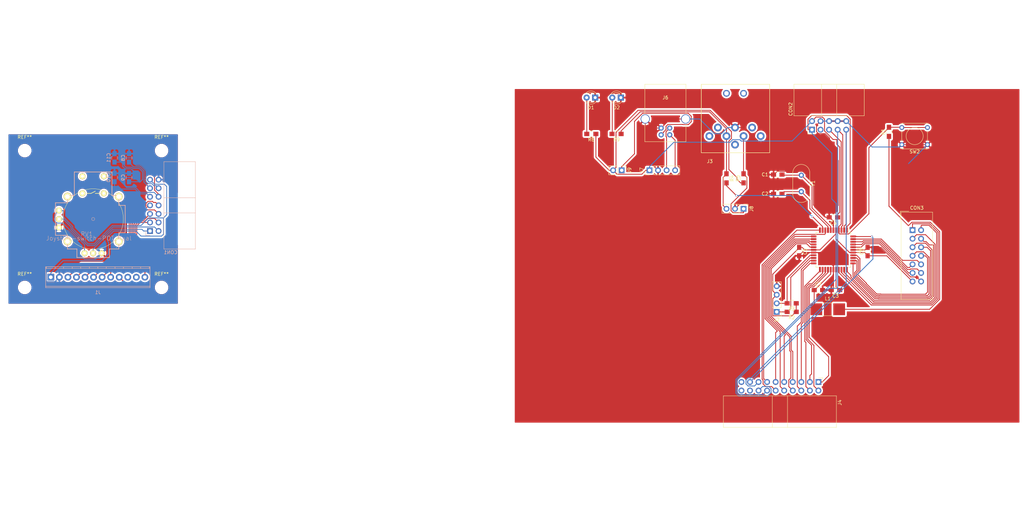
<source format=kicad_pcb>
(kicad_pcb (version 4) (host pcbnew 4.0.7-e2-6376~58~ubuntu16.04.1)
  (layers (0 F.Cu signal) (31 B.Cu signal) (34 B.Paste user) (35 F.Paste user) (36 B.SilkS user) (37 F.SilkS user) (38 B.Mask user) (39 F.Mask user) (44 Edge.Cuts user))
  (net 0 "")
  (net 1 "Net-(C1-Pad1)")
  (net 2 GND)
  (net 3 "Net-(C2-Pad1)")
  (net 4 "Net-(C3-Pad1)")
  (net 5 +5V)
  (net 6 "Net-(C7-Pad1)")
  (net 7 knob-pot-4)
  (net 8 slide-pot-1)
  (net 9 knob-pot-3)
  (net 10 slide-pot-2)
  (net 11 knob-pot-2)
  (net 12 joystick-pot-1)
  (net 13 knob-pot-1)
  (net 14 joystick-pot-2)
  (net 15 MOSI)
  (net 16 "Net-(CON2-Pad3)")
  (net 17 RST)
  (net 18 SCK)
  (net 19 MISO)
  (net 20 SDA)
  (net 21 SCL)
  (net 22 "Net-(J3-Pad8)")
  (net 23 "Net-(J3-Pad3)")
  (net 24 "Net-(J3-Pad7)")
  (net 25 "Net-(J3-Pad1)")
  (net 26 "Net-(J3-Pad6)")
  (net 27 note-13)
  (net 28 note-12)
  (net 29 note-11)
  (net 30 note-10)
  (net 31 note-9)
  (net 32 note-8)
  (net 33 note-7)
  (net 34 note-6)
  (net 35 note-5)
  (net 36 note-4)
  (net 37 note-3)
  (net 38 note-2)
  (net 39 note-1)
  (net 40 octave-1)
  (net 41 midi-data-pin)
  (net 42 "Net-(RV1-PadB1A)")
  (net 43 "Net-(RV1-PadB1B)")
  (net 44 "Net-(RV1-PadB2A)")
  (net 45 "Net-(RV1-PadB2B)")
  (net 46 button-1)
  (net 47 "Net-(D1-Pad2)")
  (net 48 "Net-(D2-Pad2)")
  (net 49 "Net-(J6-Pad2)")
  (net 50 VCC)
  (net 51 "Net-(J6-Pad3)")
  (net 52 midi-raw-signal-power)
  (net 53 midi-raw-signal-data)
  (net 54 button-2)
  (net 55 button-3)
  (net 56 button-4)
  (module SparkFun-Electromechanical:JOYSTICK (layer F.Cu) (at 99.06 93.98)
    (fp_text reference RV1 (at -1.905 4.445) (layer B.SilkS) (effects (font (size 1.27 1.27) (thickness 0.1016))))
    (fp_text value Joystick-switch-POT_Dual (at -1.27 5.715) (layer B.SilkS) (effects (font (size 1.27 1.27) (thickness 0.1016))))
    (pad B1A thru_hole circle (at -3.175 -12.7) (size 1.778 1.778) (drill 0.89916) (layers *.Cu F.Paste F.SilkS F.Mask) (net 42 "Net-(RV1-PadB1A)"))
    (pad B1B thru_hole circle (at 3.175 -12.7) (size 1.778 1.778) (drill 0.89916) (layers *.Cu F.Paste F.SilkS F.Mask) (net 43 "Net-(RV1-PadB1B)"))
    (pad B2A thru_hole circle (at -3.175 -7.62) (size 1.778 1.778) (drill 0.89916) (layers *.Cu F.Paste F.SilkS F.Mask) (net 44 "Net-(RV1-PadB2A)"))
    (pad B2B thru_hole circle (at 3.175 -7.62) (size 1.778 1.778) (drill 0.89916) (layers *.Cu F.Paste F.SilkS F.Mask) (net 45 "Net-(RV1-PadB2B)"))
    (pad H1 thru_hole circle (at -2.54 10.16) (size 1.778 1.778) (drill 0.889) (layers *.Cu F.Paste F.SilkS F.Mask) (net 5 +5V))
    (pad H2 thru_hole circle (at 0 10.16) (size 1.778 1.778) (drill 0.889) (layers *.Cu F.Paste F.SilkS F.Mask) (net 14 joystick-pot-2))
    (pad H3 thru_hole circle (at 2.54 10.16) (size 1.778 1.778) (drill 0.889) (layers *.Cu F.Paste F.SilkS F.Mask) (net 2 GND))
    (pad MOUN thru_hole circle (at -7.62 -6.6675) (size 2.286 2.286) (drill 1.397) (layers *.Cu F.Paste F.SilkS F.Mask))
    (pad MOUN thru_hole circle (at -7.62 6.6675) (size 2.286 2.286) (drill 1.397) (layers *.Cu F.Paste F.SilkS F.Mask))
    (pad MOUN thru_hole circle (at 7.62 6.6675) (size 2.286 2.286) (drill 1.397) (layers *.Cu F.Paste F.SilkS F.Mask))
    (pad MOUN thru_hole circle (at 7.62 -6.6675) (size 2.286 2.286) (drill 1.397) (layers *.Cu F.Paste F.SilkS F.Mask))
    (pad V1 thru_hole circle (at -10.16 -2.54) (size 1.778 1.778) (drill 0.889) (layers *.Cu F.Paste F.SilkS F.Mask) (net 5 +5V))
    (pad V2 thru_hole circle (at -10.16 0) (size 1.778 1.778) (drill 0.889) (layers *.Cu F.Paste F.SilkS F.Mask) (net 12 joystick-pot-1))
    (pad V3 thru_hole circle (at -10.16 2.54) (size 1.778 1.778) (drill 0.889) (layers *.Cu F.Paste F.SilkS F.Mask) (net 2 GND))
  )
  (module Mounting_Holes:MountingHole_3mm (layer F.Cu) (at 119.38 73.66)
    (fp_text reference REF** (at 0 -4) (layer F.SilkS))
    (fp_text value MountingHole_3mm)
    (pad 1 np_thru_hole circle (at 0 0) (size 3 3) (drill 3) (layers *.Cu *.Mask))
  )
  (module Mounting_Holes:MountingHole_3mm (layer F.Cu) (at 78.74 73.66)
    (fp_text reference REF** (at 0 -4) (layer F.SilkS))
    (fp_text value MountingHole_3mm)
    (pad 1 np_thru_hole circle (at 0 0) (size 3 3) (drill 3) (layers *.Cu *.Mask))
  )
  (module Mounting_Holes:MountingHole_3mm (layer F.Cu) (at 119.38 114.3)
    (fp_text reference REF** (at 0 -4) (layer F.SilkS))
    (fp_text value MountingHole_3mm)
    (pad 1 np_thru_hole circle (at 0 0) (size 3 3) (drill 3) (layers *.Cu *.Mask))
  )
  (module Inductors_SMD:L_1812_HandSoldering (layer F.Cu) (at 317.204815 120.784535)
    (fp_text reference L1 (at 0 -3.17) (layer F.SilkS))
    (fp_text value 10uH)
    (pad 1 smd rect (at -3.4 0) (size 3.5 3.5) (layers F.Cu F.Paste F.Mask) (net 6 "Net-(C7-Pad1)"))
    (pad 2 smd rect (at 3.4 0) (size 3.5 3.5) (layers F.Cu F.Paste F.Mask) (net 5 +5V))
  )
  (module Capacitors_SMD:C_0805_HandSoldering (layer F.Cu) (at 302.374815 80.779535 180)
    (fp_text reference C1 (at 3.81 0 180) (layer F.SilkS))
    (fp_text value 22p)
    (pad 1 smd rect (at -1.25 0 180) (size 1.5 1.25) (layers F.Cu F.Paste F.Mask) (net 1 "Net-(C1-Pad1)"))
    (pad 2 smd rect (at 1.25 0 180) (size 1.5 1.25) (layers F.Cu F.Paste F.Mask) (net 2 GND))
  )
  (module Capacitors_SMD:C_0805_HandSoldering (layer F.Cu) (at 302.374815 86.494535 180)
    (fp_text reference C2 (at 3.81 0 180) (layer F.SilkS))
    (fp_text value 22p)
    (pad 1 smd rect (at -1.25 0 180) (size 1.5 1.25) (layers F.Cu F.Paste F.Mask) (net 3 "Net-(C2-Pad1)"))
    (pad 2 smd rect (at 1.25 0 180) (size 1.5 1.25) (layers F.Cu F.Paste F.Mask) (net 2 GND))
  )
  (module Capacitors_SMD:C_0805_HandSoldering (layer F.Cu) (at 319.519815 115.069535 180)
    (fp_text reference C3 (at 0 -1.75 180) (layer F.SilkS))
    (fp_text value 100n)
    (pad 1 smd rect (at -1.25 0 180) (size 1.5 1.25) (layers F.Cu F.Paste F.Mask) (net 4 "Net-(C3-Pad1)"))
    (pad 2 smd rect (at 1.25 0 180) (size 1.5 1.25) (layers F.Cu F.Paste F.Mask) (net 2 GND))
  )
  (module Capacitors_SMD:C_0805_HandSoldering (layer F.Cu) (at 318.884815 93.479535 180)
    (fp_text reference C4 (at 0 -1.75 180) (layer F.SilkS))
    (fp_text value 100n)
    (pad 1 smd rect (at -1.25 0 180) (size 1.5 1.25) (layers F.Cu F.Paste F.Mask) (net 5 +5V))
    (pad 2 smd rect (at 1.25 0 180) (size 1.5 1.25) (layers F.Cu F.Paste F.Mask) (net 2 GND))
  )
  (module Capacitors_SMD:C_0805_HandSoldering (layer F.Cu) (at 308.724815 103.639535 270)
    (fp_text reference C5 (at 0 -1.75 270) (layer F.SilkS))
    (fp_text value 100n)
    (pad 1 smd rect (at -1.25 0 270) (size 1.5 1.25) (layers F.Cu F.Paste F.Mask) (net 5 +5V))
    (pad 2 smd rect (at 1.25 0 270) (size 1.5 1.25) (layers F.Cu F.Paste F.Mask) (net 2 GND))
  )
  (module Capacitors_SMD:C_0805_HandSoldering (layer F.Cu) (at 329.044815 103.639535 90)
    (fp_text reference C6 (at 0 -1.75 90) (layer F.SilkS))
    (fp_text value 100n)
    (pad 1 smd rect (at -1.25 0 90) (size 1.5 1.25) (layers F.Cu F.Paste F.Mask) (net 5 +5V))
    (pad 2 smd rect (at 1.25 0 90) (size 1.5 1.25) (layers F.Cu F.Paste F.Mask) (net 2 GND))
  )
  (module Capacitors_SMD:C_0805_HandSoldering (layer F.Cu) (at 314.439815 115.069535)
    (fp_text reference C7 (at 0 -1.75) (layer F.SilkS))
    (fp_text value 100n)
    (pad 1 smd rect (at -1.25 0) (size 1.5 1.25) (layers F.Cu F.Paste F.Mask) (net 6 "Net-(C7-Pad1)"))
    (pad 2 smd rect (at 1.25 0) (size 1.5 1.25) (layers F.Cu F.Paste F.Mask) (net 2 GND))
  )
  (module Pin_Headers:Pin_Header_Straight_1x04_Pitch2.54mm (layer F.Cu) (at 302.054656 121.550558 180)
    (fp_text reference J2 (at 0 -2.33 180) (layer F.SilkS))
    (fp_text value Conn_01x04)
    (pad 1 thru_hole rect (at 0 0 180) (size 1.7 1.7) (drill 1) (layers *.Cu *.Mask) (net 20 SDA))
    (pad 2 thru_hole oval (at 0 2.54 180) (size 1.7 1.7) (drill 1) (layers *.Cu *.Mask) (net 21 SCL))
    (pad 3 thru_hole oval (at 0 5.08 180) (size 1.7 1.7) (drill 1) (layers *.Cu *.Mask) (net 5 +5V))
    (pad 4 thru_hole oval (at 0 7.62 180) (size 1.7 1.7) (drill 1) (layers *.Cu *.Mask) (net 2 GND))
  )
  (module misc-1-midi-din-8:MIDI-DIN-8 (layer F.Cu) (at 279.641815 74.302535)
    (fp_text reference J3 (at 2.54 2.54) (layer F.SilkS))
    (fp_text value DIN-8)
    (pad 8 thru_hole circle (at 10.033 -2.413) (size 2.3 2.3) (drill 1.3) (layers *.Cu *.Mask) (net 22 "Net-(J3-Pad8)"))
    (pad 3 thru_hole circle (at 15.113 -7.493) (size 2.3 2.3) (drill 1.3) (layers *.Cu *.Mask) (net 23 "Net-(J3-Pad3)"))
    (pad 2 thru_hole circle (at 10.033 -7.493) (size 2.3 2.3) (drill 1.3) (layers *.Cu *.Mask) (net 2 GND))
    (pad 5 thru_hole circle (at 12.573 -4.953) (size 2.3 2.3) (drill 1.3) (layers *.Cu *.Mask) (net 52 midi-raw-signal-power))
    (pad "" thru_hole circle (at 7.493 -17.653) (size 2 2) (drill 1.3) (layers *.Cu *.Mask))
    (pad 7 thru_hole circle (at 17.653 -4.953) (size 2.3 2.3) (drill 1.3) (layers *.Cu *.Mask) (net 24 "Net-(J3-Pad7)"))
    (pad 1 thru_hole circle (at 4.953 -7.493) (size 2.3 2.3) (drill 1.3) (layers *.Cu *.Mask) (net 25 "Net-(J3-Pad1)"))
    (pad 4 thru_hole circle (at 7.493 -4.953) (size 2.3 2.3) (drill 1.3) (layers *.Cu *.Mask) (net 53 midi-raw-signal-data))
    (pad 6 thru_hole circle (at 2.413 -4.953) (size 2.3 2.3) (drill 1.3) (layers *.Cu *.Mask) (net 26 "Net-(J3-Pad6)"))
    (pad "" thru_hole circle (at 12.573 -17.653) (size 2 2) (drill 1.3) (layers *.Cu *.Mask))
  )
  (module Connectors_IDC:IDC-Header_2x10_Pitch2.54mm_Angled (layer F.Cu) (at 314.439815 142.374535 270)
    (fp_text reference J4 (at 6.105 -6.35 270) (layer F.SilkS))
    (fp_text value Conn_01x17)
    (pad 1 thru_hole rect (at 0 0 270) (size 1.7272 1.7272) (drill 1.016) (layers *.Cu *.Mask) (net 27 note-13))
    (pad 2 thru_hole oval (at 2.54 0 270) (size 1.7272 1.7272) (drill 1.016) (layers *.Cu *.Mask) (net 28 note-12))
    (pad 3 thru_hole oval (at 0 2.54 270) (size 1.7272 1.7272) (drill 1.016) (layers *.Cu *.Mask) (net 29 note-11))
    (pad 4 thru_hole oval (at 2.54 2.54 270) (size 1.7272 1.7272) (drill 1.016) (layers *.Cu *.Mask) (net 30 note-10))
    (pad 5 thru_hole oval (at 0 5.08 270) (size 1.7272 1.7272) (drill 1.016) (layers *.Cu *.Mask) (net 31 note-9))
    (pad 6 thru_hole oval (at 2.54 5.08 270) (size 1.7272 1.7272) (drill 1.016) (layers *.Cu *.Mask) (net 32 note-8))
    (pad 7 thru_hole oval (at 0 7.62 270) (size 1.7272 1.7272) (drill 1.016) (layers *.Cu *.Mask) (net 33 note-7))
    (pad 8 thru_hole oval (at 2.54 7.62 270) (size 1.7272 1.7272) (drill 1.016) (layers *.Cu *.Mask) (net 34 note-6))
    (pad 9 thru_hole oval (at 0 10.16 270) (size 1.7272 1.7272) (drill 1.016) (layers *.Cu *.Mask) (net 35 note-5))
    (pad 10 thru_hole oval (at 2.54 10.16 270) (size 1.7272 1.7272) (drill 1.016) (layers *.Cu *.Mask) (net 36 note-4))
    (pad 11 thru_hole oval (at 0 12.7 270) (size 1.7272 1.7272) (drill 1.016) (layers *.Cu *.Mask) (net 37 note-3))
    (pad 12 thru_hole oval (at 2.54 12.7 270) (size 1.7272 1.7272) (drill 1.016) (layers *.Cu *.Mask) (net 38 note-2))
    (pad 13 thru_hole oval (at 0 15.24 270) (size 1.7272 1.7272) (drill 1.016) (layers *.Cu *.Mask) (net 39 note-1))
    (pad 14 thru_hole oval (at 2.54 15.24 270) (size 1.7272 1.7272) (drill 1.016) (layers *.Cu *.Mask) (net 18 SCK))
    (pad 15 thru_hole oval (at 0 17.78 270) (size 1.7272 1.7272) (drill 1.016) (layers *.Cu *.Mask) (net 19 MISO))
    (pad 16 thru_hole oval (at 2.54 17.78 270) (size 1.7272 1.7272) (drill 1.016) (layers *.Cu *.Mask) (net 15 MOSI))
    (pad 17 thru_hole oval (at 0 20.32 270) (size 1.7272 1.7272) (drill 1.016) (layers *.Cu *.Mask) (net 40 octave-1))
    (pad 18 thru_hole oval (at 2.54 20.32 270) (size 1.7272 1.7272) (drill 1.016) (layers *.Cu *.Mask))
    (pad 19 thru_hole oval (at 0 22.86 270) (size 1.7272 1.7272) (drill 1.016) (layers *.Cu *.Mask))
    (pad 20 thru_hole oval (at 2.54 22.86 270) (size 1.7272 1.7272) (drill 1.016) (layers *.Cu *.Mask))
  )
  (module Resistors_SMD:R_0805_HandSoldering (layer F.Cu) (at 335.394815 68.079535 90)
    (fp_text reference R1 (at 0 -1.7 90) (layer F.SilkS))
    (fp_text value 10k)
    (pad 1 smd rect (at -1.35 0 90) (size 1.5 1.3) (layers F.Cu F.Paste F.Mask) (net 5 +5V))
    (pad 2 smd rect (at 1.35 0 90) (size 1.5 1.3) (layers F.Cu F.Paste F.Mask) (net 17 RST))
  )
  (module Resistors_SMD:R_0805_HandSoldering (layer F.Cu) (at 306.499656 121.550558 180)
    (fp_text reference R2 (at 0 -1.7 180) (layer F.SilkS))
    (fp_text value 4.7k)
    (pad 1 smd rect (at -1.35 0 180) (size 1.5 1.3) (layers F.Cu F.Paste F.Mask) (net 5 +5V))
    (pad 2 smd rect (at 1.35 0 180) (size 1.5 1.3) (layers F.Cu F.Paste F.Mask) (net 20 SDA))
  )
  (module Resistors_SMD:R_0805_HandSoldering (layer F.Cu) (at 306.499656 119.010558 180)
    (fp_text reference R3 (at 0 -1.7 180) (layer F.SilkS))
    (fp_text value 4.7k)
    (pad 1 smd rect (at -1.35 0 180) (size 1.5 1.3) (layers F.Cu F.Paste F.Mask) (net 5 +5V))
    (pad 2 smd rect (at 1.35 0 180) (size 1.5 1.3) (layers F.Cu F.Paste F.Mask) (net 21 SCL))
  )
  (module Resistors_SMD:R_0805_HandSoldering (layer F.Cu) (at 287.134815 81.889535 270)
    (fp_text reference R4 (at 0 -1.7 270) (layer F.SilkS))
    (fp_text value 220)
    (pad 1 smd rect (at -1.35 0 270) (size 1.5 1.3) (layers F.Cu F.Paste F.Mask) (net 53 midi-raw-signal-data))
    (pad 2 smd rect (at 1.35 0 270) (size 1.5 1.3) (layers F.Cu F.Paste F.Mask) (net 41 midi-data-pin))
  )
  (module Resistors_SMD:R_0805_HandSoldering (layer F.Cu) (at 292.214815 81.889535 90)
    (fp_text reference R5 (at 0 -1.7 90) (layer F.SilkS))
    (fp_text value 220)
    (pad 1 smd rect (at -1.35 0 90) (size 1.5 1.3) (layers F.Cu F.Paste F.Mask) (net 5 +5V))
    (pad 2 smd rect (at 1.35 0 90) (size 1.5 1.3) (layers F.Cu F.Paste F.Mask) (net 52 midi-raw-signal-power))
  )
  (module Buttons_Switches_THT:SW_Tactile_Straight_KSA0Axx1LFTR (layer F.Cu) (at 346.824815 71.889535 180)
    (fp_text reference SW2 (at 3.81 -2.08 180) (layer F.SilkS))
    (fp_text value SW_Push)
    (pad 1 thru_hole circle (at 7.62 0 180) (size 1.397 1.397) (drill 0.8128) (layers *.Cu *.Mask) (net 2 GND))
    (pad 2 thru_hole circle (at 7.62 5.08 180) (size 1.397 1.397) (drill 0.8128) (layers *.Cu *.Mask) (net 17 RST))
    (pad 1 thru_hole circle (at 0 0 180) (size 1.397 1.397) (drill 0.8128) (layers *.Cu *.Mask) (net 2 GND))
    (pad 2 thru_hole circle (at 0 5.08 180) (size 1.397 1.397) (drill 0.8128) (layers *.Cu *.Mask) (net 17 RST))
  )
  (module Housings_QFP:LQFP-44_10x10mm_Pitch0.8mm (layer F.Cu) (at 318.884815 103.139535 270)
    (fp_text reference U1 (at 0 -7.65 270) (layer F.SilkS))
    (fp_text value ATMEGA32-16AU)
    (pad 1 smd rect (at -5.85 -4 270) (size 1.6 0.56) (layers F.Cu F.Paste F.Mask) (net 15 MOSI))
    (pad 2 smd rect (at -5.85 -3.2 270) (size 1.6 0.56) (layers F.Cu F.Paste F.Mask) (net 19 MISO))
    (pad 3 smd rect (at -5.85 -2.4 270) (size 1.6 0.56) (layers F.Cu F.Paste F.Mask) (net 18 SCK))
    (pad 4 smd rect (at -5.85 -1.6 270) (size 1.6 0.56) (layers F.Cu F.Paste F.Mask) (net 17 RST))
    (pad 5 smd rect (at -5.85 -0.8 270) (size 1.6 0.56) (layers F.Cu F.Paste F.Mask) (net 5 +5V))
    (pad 6 smd rect (at -5.85 0 270) (size 1.6 0.56) (layers F.Cu F.Paste F.Mask) (net 2 GND))
    (pad 7 smd rect (at -5.85 0.8 270) (size 1.6 0.56) (layers F.Cu F.Paste F.Mask) (net 1 "Net-(C1-Pad1)"))
    (pad 8 smd rect (at -5.85 1.6 270) (size 1.6 0.56) (layers F.Cu F.Paste F.Mask) (net 3 "Net-(C2-Pad1)"))
    (pad 9 smd rect (at -5.85 2.4 270) (size 1.6 0.56) (layers F.Cu F.Paste F.Mask) (net 39 note-1))
    (pad 10 smd rect (at -5.85 3.2 270) (size 1.6 0.56) (layers F.Cu F.Paste F.Mask) (net 41 midi-data-pin))
    (pad 11 smd rect (at -5.85 4 270) (size 1.6 0.56) (layers F.Cu F.Paste F.Mask) (net 38 note-2))
    (pad 12 smd rect (at -4 5.85) (size 1.6 0.56) (layers F.Cu F.Paste F.Mask) (net 37 note-3))
    (pad 13 smd rect (at -3.2 5.85) (size 1.6 0.56) (layers F.Cu F.Paste F.Mask) (net 36 note-4))
    (pad 14 smd rect (at -2.4 5.85) (size 1.6 0.56) (layers F.Cu F.Paste F.Mask) (net 35 note-5))
    (pad 15 smd rect (at -1.6 5.85) (size 1.6 0.56) (layers F.Cu F.Paste F.Mask) (net 34 note-6))
    (pad 16 smd rect (at -0.8 5.85) (size 1.6 0.56) (layers F.Cu F.Paste F.Mask) (net 33 note-7))
    (pad 17 smd rect (at 0 5.85) (size 1.6 0.56) (layers F.Cu F.Paste F.Mask) (net 5 +5V))
    (pad 18 smd rect (at 0.8 5.85) (size 1.6 0.56) (layers F.Cu F.Paste F.Mask) (net 2 GND))
    (pad 19 smd rect (at 1.6 5.85) (size 1.6 0.56) (layers F.Cu F.Paste F.Mask) (net 21 SCL))
    (pad 20 smd rect (at 2.4 5.85) (size 1.6 0.56) (layers F.Cu F.Paste F.Mask) (net 20 SDA))
    (pad 21 smd rect (at 3.2 5.85) (size 1.6 0.56) (layers F.Cu F.Paste F.Mask) (net 32 note-8))
    (pad 22 smd rect (at 4 5.85) (size 1.6 0.56) (layers F.Cu F.Paste F.Mask) (net 31 note-9))
    (pad 23 smd rect (at 5.85 4 270) (size 1.6 0.56) (layers F.Cu F.Paste F.Mask) (net 30 note-10))
    (pad 24 smd rect (at 5.85 3.2 270) (size 1.6 0.56) (layers F.Cu F.Paste F.Mask) (net 29 note-11))
    (pad 25 smd rect (at 5.85 2.4 270) (size 1.6 0.56) (layers F.Cu F.Paste F.Mask) (net 28 note-12))
    (pad 26 smd rect (at 5.85 1.6 270) (size 1.6 0.56) (layers F.Cu F.Paste F.Mask) (net 27 note-13))
    (pad 27 smd rect (at 5.85 0.8 270) (size 1.6 0.56) (layers F.Cu F.Paste F.Mask) (net 6 "Net-(C7-Pad1)"))
    (pad 28 smd rect (at 5.85 0 270) (size 1.6 0.56) (layers F.Cu F.Paste F.Mask) (net 2 GND))
    (pad 29 smd rect (at 5.85 -0.8 270) (size 1.6 0.56) (layers F.Cu F.Paste F.Mask) (net 4 "Net-(C3-Pad1)"))
    (pad 30 smd rect (at 5.85 -1.6 270) (size 1.6 0.56) (layers F.Cu F.Paste F.Mask) (net 14 joystick-pot-2))
    (pad 31 smd rect (at 5.85 -2.4 270) (size 1.6 0.56) (layers F.Cu F.Paste F.Mask) (net 12 joystick-pot-1))
    (pad 32 smd rect (at 5.85 -3.2 270) (size 1.6 0.56) (layers F.Cu F.Paste F.Mask) (net 7 knob-pot-4))
    (pad 33 smd rect (at 5.85 -4 270) (size 1.6 0.56) (layers F.Cu F.Paste F.Mask) (net 9 knob-pot-3))
    (pad 34 smd rect (at 4 -5.85) (size 1.6 0.56) (layers F.Cu F.Paste F.Mask) (net 11 knob-pot-2))
    (pad 35 smd rect (at 3.2 -5.85) (size 1.6 0.56) (layers F.Cu F.Paste F.Mask) (net 13 knob-pot-1))
    (pad 36 smd rect (at 2.4 -5.85) (size 1.6 0.56) (layers F.Cu F.Paste F.Mask) (net 10 slide-pot-2))
    (pad 37 smd rect (at 1.6 -5.85) (size 1.6 0.56) (layers F.Cu F.Paste F.Mask) (net 8 slide-pot-1))
    (pad 38 smd rect (at 0.8 -5.85) (size 1.6 0.56) (layers F.Cu F.Paste F.Mask) (net 5 +5V))
    (pad 39 smd rect (at 0 -5.85) (size 1.6 0.56) (layers F.Cu F.Paste F.Mask) (net 2 GND))
    (pad 40 smd rect (at -0.8 -5.85) (size 1.6 0.56) (layers F.Cu F.Paste F.Mask) (net 46 button-1))
    (pad 41 smd rect (at -1.6 -5.85) (size 1.6 0.56) (layers F.Cu F.Paste F.Mask) (net 54 button-2))
    (pad 42 smd rect (at -2.4 -5.85) (size 1.6 0.56) (layers F.Cu F.Paste F.Mask) (net 55 button-3))
    (pad 43 smd rect (at -3.2 -5.85) (size 1.6 0.56) (layers F.Cu F.Paste F.Mask) (net 56 button-4))
    (pad 44 smd rect (at -4 -5.85) (size 1.6 0.56) (layers F.Cu F.Paste F.Mask) (net 40 octave-1))
  )
  (module Crystals:Crystal_HC18-U_Vertical (layer F.Cu) (at 309.359815 80.959535 270)
    (fp_text reference Y1 (at 2.45 -3.525 270) (layer F.SilkS))
    (fp_text value Crystal)
    (pad 1 thru_hole circle (at 0 0 270) (size 1.5 1.5) (drill 0.8) (layers *.Cu *.Mask) (net 1 "Net-(C1-Pad1)"))
    (pad 2 thru_hole circle (at 4.9 0 270) (size 1.5 1.5) (drill 0.8) (layers *.Cu *.Mask) (net 3 "Net-(C2-Pad1)"))
  )
  (module LEDs:LED_D3.0mm (layer F.Cu) (at 248.145815 57.919535 180)
    (fp_text reference D1 (at 1.27 -2.96 180) (layer F.SilkS))
    (fp_text value power_LED)
    (pad 1 thru_hole rect (at 0 0 180) (size 1.8 1.8) (drill 0.9) (layers *.Cu *.Mask) (net 2 GND))
    (pad 2 thru_hole circle (at 2.54 0 180) (size 1.8 1.8) (drill 0.9) (layers *.Cu *.Mask) (net 47 "Net-(D1-Pad2)"))
  )
  (module LEDs:LED_D3.0mm (layer F.Cu) (at 255.765815 57.919535 180)
    (fp_text reference D2 (at 1.27 -2.96 180) (layer F.SilkS))
    (fp_text value data_LED)
    (pad 1 thru_hole rect (at 0 0 180) (size 1.8 1.8) (drill 0.9) (layers *.Cu *.Mask) (net 2 GND))
    (pad 2 thru_hole circle (at 2.54 0 180) (size 1.8 1.8) (drill 0.9) (layers *.Cu *.Mask) (net 48 "Net-(D2-Pad2)"))
  )
  (module Connectors:USB_B (layer F.Cu) (at 267.734815 68.969535 90)
    (fp_text reference J6 (at 11.05 1.27 180) (layer F.SilkS))
    (fp_text value USB_B)
    (pad 2 thru_hole circle (at 0 2.54) (size 1.52 1.52) (drill 0.81) (layers *.Cu *.Mask) (net 49 "Net-(J6-Pad2)"))
    (pad 1 thru_hole circle (at 0 0) (size 1.52 1.52) (drill 0.81) (layers *.Cu *.Mask) (net 50 VCC))
    (pad 4 thru_hole circle (at 2 0) (size 1.52 1.52) (drill 0.81) (layers *.Cu *.Mask) (net 2 GND))
    (pad 3 thru_hole circle (at 2 2.54) (size 1.52 1.52) (drill 0.81) (layers *.Cu *.Mask) (net 51 "Net-(J6-Pad3)"))
    (pad 5 thru_hole circle (at 4.7 7.27) (size 2.7 2.7) (drill 2.3) (layers *.Cu *.Mask) (net 2 GND))
    (pad 5 thru_hole circle (at 4.7 -4.73) (size 2.7 2.7) (drill 2.3) (layers *.Cu *.Mask) (net 2 GND))
  )
  (module Pin_Headers:Pin_Header_Straight_1x04_Pitch2.54mm (layer F.Cu) (at 264.274815 79.509535 90)
    (fp_text reference J7 (at 0 -2.33 90) (layer F.SilkS))
    (fp_text value to_midi_adapter_USB)
    (pad 1 thru_hole rect (at 0 0 90) (size 1.7 1.7) (drill 1) (layers *.Cu *.Mask) (net 5 +5V))
    (pad 2 thru_hole oval (at 0 2.54 90) (size 1.7 1.7) (drill 1) (layers *.Cu *.Mask) (net 2 GND))
    (pad 3 thru_hole oval (at 0 5.08 90) (size 1.7 1.7) (drill 1) (layers *.Cu *.Mask) (net 51 "Net-(J6-Pad3)"))
    (pad 4 thru_hole oval (at 0 7.62 90) (size 1.7 1.7) (drill 1) (layers *.Cu *.Mask) (net 49 "Net-(J6-Pad2)"))
  )
  (module Pin_Headers:Pin_Header_Straight_1x03_Pitch2.54mm (layer F.Cu) (at 292.214815 90.939535 270)
    (fp_text reference J8 (at 0 -2.33 270) (layer F.SilkS))
    (fp_text value to_midi_adapter_MIDI)
    (pad 1 thru_hole rect (at 0 0 270) (size 1.7 1.7) (drill 1) (layers *.Cu *.Mask) (net 52 midi-raw-signal-power))
    (pad 2 thru_hole oval (at 0 2.54 270) (size 1.7 1.7) (drill 1) (layers *.Cu *.Mask) (net 2 GND))
    (pad 3 thru_hole oval (at 0 5.08 270) (size 1.7 1.7) (drill 1) (layers *.Cu *.Mask) (net 53 midi-raw-signal-data))
  )
  (module Pin_Headers:Pin_Header_Straight_1x02_Pitch2.54mm (layer F.Cu) (at 256.019815 79.509535 270)
    (fp_text reference J9 (at 0 -2.33 270) (layer F.SilkS))
    (fp_text value to_power_switch)
    (pad 1 thru_hole rect (at 0 0 270) (size 1.7 1.7) (drill 1) (layers *.Cu *.Mask) (net 50 VCC))
    (pad 2 thru_hole oval (at 0 2.54 270) (size 1.7 1.7) (drill 1) (layers *.Cu *.Mask) (net 5 +5V))
  )
  (module Resistors_SMD:R_0805_HandSoldering (layer F.Cu) (at 247.002815 68.714535 180)
    (fp_text reference R8 (at 0 -1.7 180) (layer F.SilkS))
    (fp_text value 1k)
    (pad 1 smd rect (at -1.35 0 180) (size 1.5 1.3) (layers F.Cu F.Paste F.Mask) (net 5 +5V))
    (pad 2 smd rect (at 1.35 0 180) (size 1.5 1.3) (layers F.Cu F.Paste F.Mask) (net 47 "Net-(D1-Pad2)"))
  )
  (module Resistors_SMD:R_0805_HandSoldering (layer F.Cu) (at 254.495815 68.714535 180)
    (fp_text reference R9 (at 0 -1.7 180) (layer F.SilkS))
    (fp_text value 1k)
    (pad 1 smd rect (at -1.35 0 180) (size 1.5 1.3) (layers F.Cu F.Paste F.Mask) (net 53 midi-raw-signal-data))
    (pad 2 smd rect (at 1.35 0 180) (size 1.5 1.3) (layers F.Cu F.Paste F.Mask) (net 48 "Net-(D2-Pad2)"))
  )
  (module Connectors_IDC:IDC-Header_2x05_Pitch2.54mm_Angled (layer F.Cu) (at 312.534815 67.444535 90)
    (fp_text reference CON2 (at 6.105 -6.35 90) (layer F.SilkS))
    (fp_text value AVR-ISP-10)
    (pad 1 thru_hole rect (at 0 0 90) (size 1.7272 1.7272) (drill 1.016) (layers *.Cu *.Mask) (net 15 MOSI))
    (pad 2 thru_hole oval (at 2.54 0 90) (size 1.7272 1.7272) (drill 1.016) (layers *.Cu *.Mask) (net 5 +5V))
    (pad 3 thru_hole oval (at 0 2.54 90) (size 1.7272 1.7272) (drill 1.016) (layers *.Cu *.Mask) (net 16 "Net-(CON2-Pad3)"))
    (pad 4 thru_hole oval (at 2.54 2.54 90) (size 1.7272 1.7272) (drill 1.016) (layers *.Cu *.Mask) (net 2 GND))
    (pad 5 thru_hole oval (at 0 5.08 90) (size 1.7272 1.7272) (drill 1.016) (layers *.Cu *.Mask) (net 17 RST))
    (pad 6 thru_hole oval (at 2.54 5.08 90) (size 1.7272 1.7272) (drill 1.016) (layers *.Cu *.Mask) (net 2 GND))
    (pad 7 thru_hole oval (at 0 7.62 90) (size 1.7272 1.7272) (drill 1.016) (layers *.Cu *.Mask) (net 18 SCK))
    (pad 8 thru_hole oval (at 2.54 7.62 90) (size 1.7272 1.7272) (drill 1.016) (layers *.Cu *.Mask) (net 2 GND))
    (pad 9 thru_hole oval (at 0 10.16 90) (size 1.7272 1.7272) (drill 1.016) (layers *.Cu *.Mask) (net 19 MISO))
    (pad 10 thru_hole oval (at 2.54 10.16 90) (size 1.7272 1.7272) (drill 1.016) (layers *.Cu *.Mask) (net 2 GND))
  )
  (module Capacitors_SMD:C_0805_HandSoldering (layer B.Cu) (at 109.728 75.819 270)
    (fp_text reference C8 (at 0 1.75 270) (layer B.SilkS) (effects (justify mirror)))
    (fp_text value 100n)
    (pad 1 smd rect (at -1.25 0 270) (size 1.5 1.25) (layers B.Cu B.Paste B.Mask) (net 2 GND))
    (pad 2 smd rect (at 1.25 0 270) (size 1.5 1.25) (layers B.Cu B.Paste B.Mask) (net 46 button-1))
  )
  (module Capacitors_SMD:C_0805_HandSoldering (layer B.Cu) (at 109.728 81.661 270)
    (fp_text reference C9 (at 0 1.75 270) (layer B.SilkS) (effects (justify mirror)))
    (fp_text value 100n)
    (pad 1 smd rect (at -1.25 0 270) (size 1.5 1.25) (layers B.Cu B.Paste B.Mask) (net 2 GND))
    (pad 2 smd rect (at 1.25 0 270) (size 1.5 1.25) (layers B.Cu B.Paste B.Mask) (net 54 button-2))
  )
  (module Capacitors_SMD:C_0805_HandSoldering (layer B.Cu) (at 105.41 81.641 270)
    (fp_text reference C10 (at 0 1.75 270) (layer B.SilkS) (effects (justify mirror)))
    (fp_text value 100n)
    (pad 1 smd rect (at -1.25 0 270) (size 1.5 1.25) (layers B.Cu B.Paste B.Mask) (net 2 GND))
    (pad 2 smd rect (at 1.25 0 270) (size 1.5 1.25) (layers B.Cu B.Paste B.Mask) (net 55 button-3))
  )
  (module Capacitors_SMD:C_0805_HandSoldering (layer B.Cu) (at 105.41 75.819 270)
    (fp_text reference C11 (at 0 1.75 270) (layer B.SilkS) (effects (justify mirror)))
    (fp_text value 100n)
    (pad 1 smd rect (at -1.25 0 270) (size 1.5 1.25) (layers B.Cu B.Paste B.Mask) (net 2 GND))
    (pad 2 smd rect (at 1.25 0 270) (size 1.5 1.25) (layers B.Cu B.Paste B.Mask) (net 56 button-4))
  )
  (module Connectors_IDC:IDC-Header_2x07_Pitch2.54mm_Angled (layer B.Cu) (at 115.951 97.536)
    (fp_text reference CON1 (at 6.105 6.35) (layer B.SilkS) (effects (justify mirror)))
    (fp_text value IDC-14)
    (pad 1 thru_hole rect (at 0 0) (size 1.7272 1.7272) (drill 1.016) (layers *.Cu *.Mask) (net 14 joystick-pot-2))
    (pad 2 thru_hole oval (at 2.54 0) (size 1.7272 1.7272) (drill 1.016) (layers *.Cu *.Mask) (net 12 joystick-pot-1))
    (pad 3 thru_hole oval (at 0 -2.54) (size 1.7272 1.7272) (drill 1.016) (layers *.Cu *.Mask) (net 7 knob-pot-4))
    (pad 4 thru_hole oval (at 2.54 -2.54) (size 1.7272 1.7272) (drill 1.016) (layers *.Cu *.Mask) (net 9 knob-pot-3))
    (pad 5 thru_hole oval (at 0 -5.08) (size 1.7272 1.7272) (drill 1.016) (layers *.Cu *.Mask) (net 11 knob-pot-2))
    (pad 6 thru_hole oval (at 2.54 -5.08) (size 1.7272 1.7272) (drill 1.016) (layers *.Cu *.Mask) (net 13 knob-pot-1))
    (pad 7 thru_hole oval (at 0 -7.62) (size 1.7272 1.7272) (drill 1.016) (layers *.Cu *.Mask) (net 10 slide-pot-2))
    (pad 8 thru_hole oval (at 2.54 -7.62) (size 1.7272 1.7272) (drill 1.016) (layers *.Cu *.Mask) (net 8 slide-pot-1))
    (pad 9 thru_hole oval (at 0 -10.16) (size 1.7272 1.7272) (drill 1.016) (layers *.Cu *.Mask) (net 55 button-3))
    (pad 10 thru_hole oval (at 2.54 -10.16) (size 1.7272 1.7272) (drill 1.016) (layers *.Cu *.Mask) (net 56 button-4))
    (pad 11 thru_hole oval (at 0 -12.7) (size 1.7272 1.7272) (drill 1.016) (layers *.Cu *.Mask) (net 46 button-1))
    (pad 12 thru_hole oval (at 2.54 -12.7) (size 1.7272 1.7272) (drill 1.016) (layers *.Cu *.Mask) (net 54 button-2))
    (pad 13 thru_hole oval (at 0 -15.24) (size 1.7272 1.7272) (drill 1.016) (layers *.Cu *.Mask) (net 5 +5V))
    (pad 14 thru_hole oval (at 2.54 -15.24) (size 1.7272 1.7272) (drill 1.016) (layers *.Cu *.Mask) (net 2 GND))
  )
  (module TerminalBlocks_Phoenix:TerminalBlock_Phoenix_MPT-2.54mm_12pol (layer B.Cu) (at 86.487 111.252)
    (fp_text reference J1 (at 13.97 4.50088) (layer B.SilkS) (effects (justify mirror)))
    (fp_text value Screw_Terminal_01x12)
    (pad 4 thru_hole oval (at 7.62 0 180) (size 1.99898 1.99898) (drill 1.09728) (layers *.Cu *.Mask) (net 10 slide-pot-2))
    (pad 1 thru_hole rect (at 0 0 180) (size 1.99898 1.99898) (drill 1.09728) (layers *.Cu *.Mask) (net 5 +5V))
    (pad 2 thru_hole oval (at 2.54 0 180) (size 1.99898 1.99898) (drill 1.09728) (layers *.Cu *.Mask) (net 2 GND))
    (pad 3 thru_hole oval (at 5.08 0 180) (size 1.99898 1.99898) (drill 1.09728) (layers *.Cu *.Mask) (net 8 slide-pot-1))
    (pad 5 thru_hole oval (at 10.16 0 180) (size 1.99898 1.99898) (drill 1.09728) (layers *.Cu *.Mask) (net 13 knob-pot-1))
    (pad 6 thru_hole oval (at 12.7 0 180) (size 1.99898 1.99898) (drill 1.09728) (layers *.Cu *.Mask) (net 11 knob-pot-2))
    (pad 7 thru_hole oval (at 15.24 0 180) (size 1.99898 1.99898) (drill 1.09728) (layers *.Cu *.Mask) (net 9 knob-pot-3))
    (pad 8 thru_hole oval (at 17.78 0 180) (size 1.99898 1.99898) (drill 1.09728) (layers *.Cu *.Mask) (net 7 knob-pot-4))
    (pad 9 thru_hole oval (at 20.32 0 180) (size 1.99898 1.99898) (drill 1.09728) (layers *.Cu *.Mask) (net 46 button-1))
    (pad 10 thru_hole oval (at 22.86 0 180) (size 1.99898 1.99898) (drill 1.09728) (layers *.Cu *.Mask) (net 54 button-2))
    (pad 11 thru_hole oval (at 25.4 0 180) (size 1.99898 1.99898) (drill 1.09728) (layers *.Cu *.Mask) (net 55 button-3))
    (pad 12 thru_hole oval (at 27.94 0 180) (size 1.99898 1.99898) (drill 1.09728) (layers *.Cu *.Mask) (net 56 button-4))
  )
  (module Mounting_Holes:MountingHole_3mm (layer F.Cu) (at 78.74 114.3)
    (fp_text reference REF** (at 0 -4) (layer F.SilkS))
    (fp_text value MountingHole_3mm)
    (pad 1 np_thru_hole circle (at 0 0) (size 3 3) (drill 3) (layers *.Cu *.Mask))
  )
  (module Connectors_IDC:IDC-Header_2x07_Pitch2.54mm_Straight (layer F.Cu) (at 342.392 97.282)
    (fp_text reference CON3 (at 1.27 -6.604) (layer F.SilkS))
    (fp_text value IDC-14)
    (pad 1 thru_hole rect (at 0 0) (size 1.7272 1.7272) (drill 1.016) (layers *.Cu *.Mask) (net 14 joystick-pot-2))
    (pad 2 thru_hole oval (at 2.54 0) (size 1.7272 1.7272) (drill 1.016) (layers *.Cu *.Mask) (net 12 joystick-pot-1))
    (pad 3 thru_hole oval (at 0 2.54) (size 1.7272 1.7272) (drill 1.016) (layers *.Cu *.Mask) (net 7 knob-pot-4))
    (pad 4 thru_hole oval (at 2.54 2.54) (size 1.7272 1.7272) (drill 1.016) (layers *.Cu *.Mask) (net 9 knob-pot-3))
    (pad 5 thru_hole oval (at 0 5.08) (size 1.7272 1.7272) (drill 1.016) (layers *.Cu *.Mask) (net 11 knob-pot-2))
    (pad 6 thru_hole oval (at 2.54 5.08) (size 1.7272 1.7272) (drill 1.016) (layers *.Cu *.Mask) (net 13 knob-pot-1))
    (pad 7 thru_hole oval (at 0 7.62) (size 1.7272 1.7272) (drill 1.016) (layers *.Cu *.Mask) (net 10 slide-pot-2))
    (pad 8 thru_hole oval (at 2.54 7.62) (size 1.7272 1.7272) (drill 1.016) (layers *.Cu *.Mask) (net 8 slide-pot-1))
    (pad 9 thru_hole oval (at 0 10.16) (size 1.7272 1.7272) (drill 1.016) (layers *.Cu *.Mask) (net 55 button-3))
    (pad 10 thru_hole oval (at 2.54 10.16) (size 1.7272 1.7272) (drill 1.016) (layers *.Cu *.Mask) (net 56 button-4))
    (pad 11 thru_hole oval (at 0 12.7) (size 1.7272 1.7272) (drill 1.016) (layers *.Cu *.Mask) (net 46 button-1))
    (pad 12 thru_hole oval (at 2.54 12.7) (size 1.7272 1.7272) (drill 1.016) (layers *.Cu *.Mask) (net 54 button-2))
    (pad 13 thru_hole oval (at 0 15.24) (size 1.7272 1.7272) (drill 1.016) (layers *.Cu *.Mask) (net 5 +5V))
    (pad 14 thru_hole oval (at 2.54 15.24) (size 1.7272 1.7272) (drill 1.016) (layers *.Cu *.Mask) (net 2 GND))
  )
  (segment (start 309.359815 80.959535) (end 303.804815 80.959535) (width 0.25) (layer F.Cu) (net 1))
  (segment (start 303.804815 80.959535) (end 303.624815 80.779535) (width 0.25) (layer F.Cu) (net 1))
  (segment (start 312.534815 90.689535) (end 312.534815 84.134535) (width 0.25) (layer F.Cu) (net 1))
  (segment (start 312.534815 84.134535) (end 309.359815 80.959535) (width 0.25) (layer F.Cu) (net 1))
  (segment (start 318.084815 97.289535) (end 318.084815 96.239535) (width 0.25) (layer F.Cu) (net 1))
  (segment (start 318.084815 96.239535) (end 312.534815 90.689535) (width 0.25) (layer F.Cu) (net 1))
  (segment (start 333.020685 102.389535) (end 341.801751 111.170601) (width 0.25) (layer F.Cu) (net 2))
  (segment (start 341.801751 111.170601) (end 343.580601 111.170601) (width 0.25) (layer F.Cu) (net 2))
  (segment (start 343.580601 111.170601) (end 344.068401 111.658401) (width 0.25) (layer F.Cu) (net 2))
  (segment (start 344.068401 111.658401) (end 344.932 112.522) (width 0.25) (layer F.Cu) (net 2))
  (segment (start 105.41 74.569) (end 94.595 74.569) (width 0.25) (layer B.Cu) (net 2))
  (segment (start 94.595 74.569) (end 86.868 82.296) (width 0.25) (layer B.Cu) (net 2))
  (segment (start 86.868 82.296) (end 86.868 94.488) (width 0.25) (layer B.Cu) (net 2))
  (segment (start 86.868 94.488) (end 88.9 96.52) (width 0.25) (layer B.Cu) (net 2))
  (segment (start 89.027 111.252) (end 87.702509 112.576491) (width 0.25) (layer B.Cu) (net 2))
  (segment (start 87.702509 112.576491) (end 85.227509 112.576491) (width 0.25) (layer B.Cu) (net 2))
  (segment (start 85.227509 112.576491) (end 85.162509 112.511491) (width 0.25) (layer B.Cu) (net 2))
  (segment (start 85.162509 112.511491) (end 85.162509 100.257491) (width 0.25) (layer B.Cu) (net 2))
  (segment (start 85.162509 100.257491) (end 88.011001 97.408999) (width 0.25) (layer B.Cu) (net 2))
  (segment (start 88.011001 97.408999) (end 88.9 96.52) (width 0.25) (layer B.Cu) (net 2))
  (segment (start 96.501278 105.918) (end 99.822 105.918) (width 0.25) (layer B.Cu) (net 2))
  (segment (start 99.822 105.918) (end 101.6 104.14) (width 0.25) (layer B.Cu) (net 2))
  (segment (start 94.488 100.20441) (end 94.488 103.904722) (width 0.25) (layer B.Cu) (net 2))
  (segment (start 94.488 103.904722) (end 96.501278 105.918) (width 0.25) (layer B.Cu) (net 2))
  (segment (start 91.692589 97.408999) (end 94.488 100.20441) (width 0.25) (layer B.Cu) (net 2))
  (segment (start 88.9 96.52) (end 89.788999 97.408999) (width 0.25) (layer B.Cu) (net 2))
  (segment (start 89.788999 97.408999) (end 91.692589 97.408999) (width 0.25) (layer B.Cu) (net 2))
  (segment (start 105.41 80.391) (end 104.920722 80.391) (width 0.25) (layer B.Cu) (net 2))
  (segment (start 104.535 80.391) (end 105.41 80.391) (width 0.25) (layer B.Cu) (net 2))
  (segment (start 118.491 82.296) (end 118.491 81.074686) (width 0.25) (layer B.Cu) (net 2))
  (segment (start 118.491 81.074686) (end 111.985314 74.569) (width 0.25) (layer B.Cu) (net 2))
  (segment (start 111.985314 74.569) (end 110.603 74.569) (width 0.25) (layer B.Cu) (net 2))
  (segment (start 110.603 74.569) (end 109.728 74.569) (width 0.25) (layer B.Cu) (net 2))
  (segment (start 109.728 74.569) (end 108.853 74.569) (width 0.25) (layer B.Cu) (net 2))
  (segment (start 108.853 74.569) (end 105.41 74.569) (width 0.25) (layer B.Cu) (net 2))
  (segment (start 103.378 79.234) (end 103.378 76.726) (width 0.25) (layer B.Cu) (net 2))
  (segment (start 103.378 76.726) (end 105.41 74.694) (width 0.25) (layer B.Cu) (net 2))
  (segment (start 105.41 74.694) (end 105.41 74.569) (width 0.25) (layer B.Cu) (net 2))
  (segment (start 104.535 80.391) (end 103.378 79.234) (width 0.25) (layer B.Cu) (net 2))
  (segment (start 109.728 80.411) (end 105.43 80.411) (width 0.25) (layer B.Cu) (net 2))
  (segment (start 105.43 80.411) (end 105.41 80.391) (width 0.25) (layer B.Cu) (net 2))
  (segment (start 289.674815 66.809535) (end 292.571813 66.809535) (width 0.25) (layer F.Cu) (net 2))
  (segment (start 292.571813 66.809535) (end 301.124815 75.362537) (width 0.25) (layer F.Cu) (net 2))
  (segment (start 301.124815 75.362537) (end 301.124815 79.904535) (width 0.25) (layer F.Cu) (net 2))
  (segment (start 301.124815 79.904535) (end 301.124815 80.779535) (width 0.25) (layer F.Cu) (net 2))
  (segment (start 289.674815 66.809535) (end 287.491813 66.809535) (width 0.25) (layer B.Cu) (net 2))
  (segment (start 287.491813 66.809535) (end 285.659814 68.641534) (width 0.25) (layer B.Cu) (net 2))
  (segment (start 285.659814 68.641534) (end 283.529816 68.641534) (width 0.25) (layer B.Cu) (net 2))
  (segment (start 283.529816 68.641534) (end 279.157817 64.269535) (width 0.25) (layer B.Cu) (net 2))
  (segment (start 279.157817 64.269535) (end 276.914003 64.269535) (width 0.25) (layer B.Cu) (net 2))
  (segment (start 276.914003 64.269535) (end 275.004815 64.269535) (width 0.25) (layer B.Cu) (net 2))
  (segment (start 255.765815 57.919535) (end 280.784815 57.919535) (width 0.25) (layer F.Cu) (net 2))
  (segment (start 280.784815 57.919535) (end 289.674815 66.809535) (width 0.25) (layer F.Cu) (net 2))
  (segment (start 248.145815 57.919535) (end 251.412813 57.919535) (width 0.25) (layer F.Cu) (net 2))
  (segment (start 251.412813 57.919535) (end 252.637814 56.694534) (width 0.25) (layer F.Cu) (net 2))
  (segment (start 252.637814 56.694534) (end 255.690814 56.694534) (width 0.25) (layer F.Cu) (net 2))
  (segment (start 255.690814 56.694534) (end 255.765815 56.769535) (width 0.25) (layer F.Cu) (net 2))
  (segment (start 255.765815 56.769535) (end 255.765815 57.919535) (width 0.25) (layer F.Cu) (net 2))
  (segment (start 267.734815 66.969535) (end 270.434815 64.269535) (width 0.25) (layer F.Cu) (net 2))
  (segment (start 270.434815 64.269535) (end 275.004815 64.269535) (width 0.25) (layer F.Cu) (net 2))
  (segment (start 263.004815 64.269535) (end 265.704815 66.969535) (width 0.25) (layer F.Cu) (net 2))
  (segment (start 265.704815 66.969535) (end 267.734815 66.969535) (width 0.25) (layer F.Cu) (net 2))
  (segment (start 266.814815 79.509535) (end 263.004815 75.699535) (width 0.25) (layer F.Cu) (net 2))
  (segment (start 263.004815 75.699535) (end 263.004815 64.269535) (width 0.25) (layer F.Cu) (net 2))
  (segment (start 301.124815 86.494535) (end 294.119815 86.494535) (width 0.25) (layer F.Cu) (net 2))
  (segment (start 294.119815 86.494535) (end 289.674815 90.939535) (width 0.25) (layer F.Cu) (net 2))
  (segment (start 318.884815 107.939535) (end 318.884815 108.989535) (width 0.25) (layer F.Cu) (net 2))
  (segment (start 339.204815 71.889535) (end 338.506316 72.588034) (width 0.25) (layer B.Cu) (net 2))
  (segment (start 338.506316 72.588034) (end 330.378314 72.588034) (width 0.25) (layer B.Cu) (net 2))
  (segment (start 330.378314 72.588034) (end 323.558414 65.768134) (width 0.25) (layer B.Cu) (net 2))
  (segment (start 323.558414 65.768134) (end 322.694815 64.904535) (width 0.25) (layer B.Cu) (net 2))
  (segment (start 341.191214 77.523136) (end 346.126316 72.588034) (width 0.25) (layer B.Cu) (net 2))
  (segment (start 346.126316 72.588034) (end 346.824815 71.889535) (width 0.25) (layer B.Cu) (net 2))
  (segment (start 346.824815 71.889535) (end 339.204815 71.889535) (width 0.25) (layer F.Cu) (net 2))
  (segment (start 317.741815 69.940344) (end 316.434607 68.633136) (width 0.25) (layer F.Cu) (net 2))
  (segment (start 316.434607 68.633136) (end 314.504286 68.633136) (width 0.25) (layer F.Cu) (net 2))
  (segment (start 314.504286 68.633136) (end 313.886214 68.015064) (width 0.25) (layer F.Cu) (net 2))
  (segment (start 313.886214 68.015064) (end 313.886214 66.093136) (width 0.25) (layer F.Cu) (net 2))
  (segment (start 313.886214 66.093136) (end 314.211216 65.768134) (width 0.25) (layer F.Cu) (net 2))
  (segment (start 314.211216 65.768134) (end 315.074815 64.904535) (width 0.25) (layer F.Cu) (net 2))
  (segment (start 320.309796 76.616516) (end 317.741815 74.048535) (width 0.25) (layer F.Cu) (net 2))
  (segment (start 317.741815 74.048535) (end 317.741815 69.940344) (width 0.25) (layer F.Cu) (net 2))
  (segment (start 320.309796 89.929554) (end 320.309796 76.616516) (width 0.25) (layer F.Cu) (net 2))
  (segment (start 317.634815 93.479535) (end 317.634815 92.604535) (width 0.25) (layer F.Cu) (net 2))
  (segment (start 317.634815 92.604535) (end 320.309796 89.929554) (width 0.25) (layer F.Cu) (net 2))
  (segment (start 317.614815 64.904535) (end 316.393501 64.904535) (width 0.25) (layer B.Cu) (net 2))
  (segment (start 316.393501 64.904535) (end 315.074815 64.904535) (width 0.25) (layer B.Cu) (net 2))
  (segment (start 317.614815 64.904535) (end 318.836129 64.904535) (width 0.25) (layer B.Cu) (net 2))
  (segment (start 318.836129 64.904535) (end 320.154815 64.904535) (width 0.25) (layer B.Cu) (net 2))
  (segment (start 322.694815 64.904535) (end 320.154815 64.904535) (width 0.25) (layer B.Cu) (net 2))
  (segment (start 317.634815 93.479535) (end 316.634815 93.479535) (width 0.25) (layer F.Cu) (net 2))
  (segment (start 316.634815 93.479535) (end 312.984825 89.829545) (width 0.25) (layer F.Cu) (net 2))
  (segment (start 312.984825 89.829545) (end 312.984825 82.993543) (width 0.25) (layer F.Cu) (net 2))
  (segment (start 301.249815 80.779535) (end 301.124815 80.779535) (width 0.25) (layer F.Cu) (net 2))
  (segment (start 312.984825 82.993543) (end 309.820816 79.829534) (width 0.25) (layer F.Cu) (net 2))
  (segment (start 309.820816 79.829534) (end 302.199816 79.829534) (width 0.25) (layer F.Cu) (net 2))
  (segment (start 302.199816 79.829534) (end 301.249815 80.779535) (width 0.25) (layer F.Cu) (net 2))
  (segment (start 301.124815 80.779535) (end 301.124815 86.494535) (width 0.25) (layer F.Cu) (net 2))
  (segment (start 318.884815 97.289535) (end 318.884815 94.604535) (width 0.25) (layer F.Cu) (net 2))
  (segment (start 318.884815 94.604535) (end 317.759815 93.479535) (width 0.25) (layer F.Cu) (net 2))
  (segment (start 317.759815 93.479535) (end 317.634815 93.479535) (width 0.25) (layer F.Cu) (net 2))
  (segment (start 313.034815 103.939535) (end 314.884815 103.939535) (width 0.25) (layer F.Cu) (net 2))
  (segment (start 314.884815 103.939535) (end 318.884815 107.939535) (width 0.25) (layer F.Cu) (net 2))
  (segment (start 302.054656 113.930558) (end 302.054656 110.684694) (width 0.25) (layer F.Cu) (net 2))
  (segment (start 302.054656 110.684694) (end 307.849815 104.889535) (width 0.25) (layer F.Cu) (net 2))
  (segment (start 307.849815 104.889535) (end 308.724815 104.889535) (width 0.25) (layer F.Cu) (net 2))
  (segment (start 313.034815 103.939535) (end 309.674815 103.939535) (width 0.25) (layer F.Cu) (net 2))
  (segment (start 309.674815 103.939535) (end 309.624815 103.889535) (width 0.25) (layer F.Cu) (net 2))
  (segment (start 309.599815 103.889535) (end 308.724815 104.764535) (width 0.25) (layer F.Cu) (net 2))
  (segment (start 309.624815 103.889535) (end 309.599815 103.889535) (width 0.25) (layer F.Cu) (net 2))
  (segment (start 308.724815 104.764535) (end 308.724815 104.889535) (width 0.25) (layer F.Cu) (net 2))
  (segment (start 318.269815 115.069535) (end 315.689815 115.069535) (width 0.25) (layer F.Cu) (net 2))
  (segment (start 318.884815 108.989535) (end 318.884815 114.454535) (width 0.25) (layer F.Cu) (net 2))
  (segment (start 318.884815 114.454535) (end 318.269815 115.069535) (width 0.25) (layer F.Cu) (net 2))
  (segment (start 329.044815 102.389535) (end 333.020685 102.389535) (width 0.25) (layer F.Cu) (net 2))
  (segment (start 324.734815 103.139535) (end 328.294815 103.139535) (width 0.25) (layer F.Cu) (net 2))
  (segment (start 328.294815 103.139535) (end 329.044815 102.389535) (width 0.25) (layer F.Cu) (net 2))
  (segment (start 309.359815 85.859535) (end 304.259815 85.859535) (width 0.25) (layer F.Cu) (net 3))
  (segment (start 304.259815 85.859535) (end 303.624815 86.494535) (width 0.25) (layer F.Cu) (net 3))
  (segment (start 317.284815 97.289535) (end 317.284815 96.239535) (width 0.25) (layer F.Cu) (net 3))
  (segment (start 317.284815 96.239535) (end 311.899815 90.854535) (width 0.25) (layer F.Cu) (net 3))
  (segment (start 311.899815 90.854535) (end 311.899815 88.399535) (width 0.25) (layer F.Cu) (net 3))
  (segment (start 311.899815 88.399535) (end 309.359815 85.859535) (width 0.25) (layer F.Cu) (net 3))
  (segment (start 319.684815 108.989535) (end 319.684815 114.109535) (width 0.25) (layer F.Cu) (net 4))
  (segment (start 319.684815 114.109535) (end 320.644815 115.069535) (width 0.25) (layer F.Cu) (net 4))
  (segment (start 320.644815 115.069535) (end 320.769815 115.069535) (width 0.25) (layer F.Cu) (net 4))
  (segment (start 88.9 91.44) (end 90.157235 91.44) (width 0.25) (layer B.Cu) (net 5))
  (segment (start 90.157235 91.44) (end 90.157235 93.34359) (width 0.25) (layer B.Cu) (net 5))
  (segment (start 104.772556 95.897389) (end 113.290481 95.897389) (width 0.25) (layer B.Cu) (net 5))
  (segment (start 90.157235 93.34359) (end 92.974644 96.160999) (width 0.25) (layer B.Cu) (net 5))
  (segment (start 92.974644 96.160999) (end 92.974644 96.781824) (width 0.25) (layer B.Cu) (net 5))
  (segment (start 92.974644 96.781824) (end 97.53882 101.346) (width 0.25) (layer B.Cu) (net 5))
  (segment (start 97.53882 101.346) (end 99.323945 101.346) (width 0.25) (layer B.Cu) (net 5))
  (segment (start 115.543269 93.644601) (end 119.969399 93.644601) (width 0.25) (layer B.Cu) (net 5))
  (segment (start 99.323945 101.346) (end 104.772556 95.897389) (width 0.25) (layer B.Cu) (net 5))
  (segment (start 113.290481 95.897389) (end 115.543269 93.644601) (width 0.25) (layer B.Cu) (net 5))
  (segment (start 86.487 111.252) (end 86.487 110.00251) (width 0.25) (layer B.Cu) (net 5))
  (segment (start 90.1215 106.36801) (end 101.65799 106.36801) (width 0.25) (layer B.Cu) (net 5))
  (segment (start 101.65799 106.36801) (end 103.632 104.394) (width 0.25) (layer B.Cu) (net 5))
  (segment (start 86.487 110.00251) (end 90.1215 106.36801) (width 0.25) (layer B.Cu) (net 5))
  (segment (start 103.632 104.394) (end 103.632 100.838) (width 0.25) (layer B.Cu) (net 5))
  (segment (start 119.969399 98.470601) (end 119.969399 93.644601) (width 0.25) (layer B.Cu) (net 5))
  (segment (start 103.632 100.838) (end 103.378 100.584) (width 0.25) (layer B.Cu) (net 5))
  (segment (start 113.284 99.06) (end 119.38 99.06) (width 0.25) (layer B.Cu) (net 5))
  (segment (start 103.378 100.584) (end 103.378 99.314) (width 0.25) (layer B.Cu) (net 5))
  (segment (start 103.378 99.314) (end 105.156 97.536) (width 0.25) (layer B.Cu) (net 5))
  (segment (start 105.156 97.536) (end 111.76 97.536) (width 0.25) (layer B.Cu) (net 5))
  (segment (start 111.76 97.536) (end 113.284 99.06) (width 0.25) (layer B.Cu) (net 5))
  (segment (start 119.38 99.06) (end 119.969399 98.470601) (width 0.25) (layer B.Cu) (net 5))
  (segment (start 116.814599 83.159599) (end 115.951 82.296) (width 0.25) (layer B.Cu) (net 5))
  (segment (start 119.969399 93.644601) (end 120.904 92.71) (width 0.25) (layer B.Cu) (net 5))
  (segment (start 120.904 92.71) (end 120.904 84.328) (width 0.25) (layer B.Cu) (net 5))
  (segment (start 120.904 84.328) (end 120.223399 83.647399) (width 0.25) (layer B.Cu) (net 5))
  (segment (start 120.223399 83.647399) (end 117.302399 83.647399) (width 0.25) (layer B.Cu) (net 5))
  (segment (start 117.302399 83.647399) (end 116.814599 83.159599) (width 0.25) (layer B.Cu) (net 5))
  (segment (start 96.52 104.14) (end 96.52 101.6) (width 0.25) (layer B.Cu) (net 5))
  (segment (start 96.52 101.6) (end 90.114001 95.194001) (width 0.25) (layer B.Cu) (net 5))
  (segment (start 90.114001 95.194001) (end 88.317279 95.194001) (width 0.25) (layer B.Cu) (net 5))
  (segment (start 88.317279 95.194001) (end 87.685999 94.562721) (width 0.25) (layer B.Cu) (net 5))
  (segment (start 87.685999 94.562721) (end 87.685999 92.654001) (width 0.25) (layer B.Cu) (net 5))
  (segment (start 87.685999 92.654001) (end 88.011001 92.328999) (width 0.25) (layer B.Cu) (net 5))
  (segment (start 88.011001 92.328999) (end 88.9 91.44) (width 0.25) (layer B.Cu) (net 5))
  (segment (start 324.734815 103.939535) (end 323.684815 103.939535) (width 0.25) (layer F.Cu) (net 5))
  (segment (start 323.684815 103.939535) (end 319.684815 99.939535) (width 0.25) (layer F.Cu) (net 5))
  (segment (start 319.684815 99.939535) (end 319.684815 98.339535) (width 0.25) (layer F.Cu) (net 5))
  (segment (start 319.684815 98.339535) (end 319.684815 97.289535) (width 0.25) (layer F.Cu) (net 5))
  (segment (start 313.034815 103.139535) (end 314.884815 103.139535) (width 0.25) (layer F.Cu) (net 5))
  (segment (start 314.884815 103.139535) (end 319.684815 98.339535) (width 0.25) (layer F.Cu) (net 5))
  (segment (start 264.274815 79.509535) (end 264.274815 78.409535) (width 0.25) (layer B.Cu) (net 5))
  (segment (start 271.502816 71.181534) (end 288.199814 71.181534) (width 0.25) (layer B.Cu) (net 5))
  (segment (start 264.274815 78.409535) (end 271.502816 71.181534) (width 0.25) (layer B.Cu) (net 5))
  (segment (start 291.506814 70.824536) (end 306.614814 70.824536) (width 0.25) (layer B.Cu) (net 5))
  (segment (start 288.199814 71.181534) (end 288.966814 70.414534) (width 0.25) (layer B.Cu) (net 5))
  (segment (start 288.966814 70.414534) (end 291.096812 70.414534) (width 0.25) (layer B.Cu) (net 5))
  (segment (start 291.096812 70.414534) (end 291.506814 70.824536) (width 0.25) (layer B.Cu) (net 5))
  (segment (start 306.614814 70.824536) (end 311.671216 65.768134) (width 0.25) (layer B.Cu) (net 5))
  (segment (start 311.671216 65.768134) (end 312.534815 64.904535) (width 0.25) (layer B.Cu) (net 5))
  (segment (start 292.214815 83.239535) (end 291.314815 83.239535) (width 0.25) (layer F.Cu) (net 5))
  (segment (start 291.314815 83.239535) (end 290.239814 82.164534) (width 0.25) (layer F.Cu) (net 5))
  (segment (start 290.239814 82.164534) (end 290.239814 81.659532) (width 0.25) (layer F.Cu) (net 5))
  (segment (start 290.239814 81.659532) (end 287.842816 79.262534) (width 0.25) (layer F.Cu) (net 5))
  (segment (start 287.842816 79.262534) (end 287.842816 70.824536) (width 0.25) (layer F.Cu) (net 5))
  (segment (start 287.842816 70.824536) (end 288.609816 70.057536) (width 0.25) (layer F.Cu) (net 5))
  (segment (start 288.609816 70.057536) (end 288.609816 68.005124) (width 0.25) (layer F.Cu) (net 5))
  (segment (start 288.609816 68.005124) (end 282.299206 61.694514) (width 0.25) (layer F.Cu) (net 5))
  (segment (start 260.880834 61.694514) (end 254.329814 68.245534) (width 0.25) (layer F.Cu) (net 5))
  (segment (start 282.299206 61.694514) (end 260.880834 61.694514) (width 0.25) (layer F.Cu) (net 5))
  (segment (start 254.329814 68.245534) (end 254.329814 78.659536) (width 0.25) (layer F.Cu) (net 5))
  (segment (start 254.329814 78.659536) (end 253.479815 79.509535) (width 0.25) (layer F.Cu) (net 5))
  (segment (start 253.479815 79.509535) (end 254.654816 80.684536) (width 0.25) (layer F.Cu) (net 5))
  (segment (start 254.654816 80.684536) (end 261.999814 80.684536) (width 0.25) (layer F.Cu) (net 5))
  (segment (start 263.174815 79.509535) (end 264.274815 79.509535) (width 0.25) (layer F.Cu) (net 5))
  (segment (start 261.999814 80.684536) (end 263.174815 79.509535) (width 0.25) (layer F.Cu) (net 5))
  (segment (start 253.479815 79.509535) (end 252.277734 79.509535) (width 0.25) (layer F.Cu) (net 5))
  (segment (start 252.277734 79.509535) (end 248.352815 75.584616) (width 0.25) (layer F.Cu) (net 5))
  (segment (start 248.352815 75.584616) (end 248.352815 69.614535) (width 0.25) (layer F.Cu) (net 5))
  (segment (start 248.352815 69.614535) (end 248.352815 68.714535) (width 0.25) (layer F.Cu) (net 5))
  (segment (start 335.394815 69.429535) (end 335.394815 90.177535) (width 0.25) (layer F.Cu) (net 5))
  (segment (start 335.394815 90.177535) (end 341.154006 95.936726) (width 0.25) (layer F.Cu) (net 5))
  (segment (start 341.154006 95.936726) (end 341.191214 95.936726) (width 0.25) (layer F.Cu) (net 5))
  (segment (start 319.900815 70.366945) (end 318.804826 70.366945) (width 0.25) (layer F.Cu) (net 5))
  (segment (start 318.804826 70.366945) (end 316.263416 67.825535) (width 0.25) (layer F.Cu) (net 5))
  (segment (start 315.645344 63.715934) (end 313.723416 63.715934) (width 0.25) (layer F.Cu) (net 5))
  (segment (start 316.263416 67.825535) (end 316.263416 64.334006) (width 0.25) (layer F.Cu) (net 5))
  (segment (start 316.263416 64.334006) (end 315.645344 63.715934) (width 0.25) (layer F.Cu) (net 5))
  (segment (start 313.723416 63.715934) (end 313.398414 64.040936) (width 0.25) (layer F.Cu) (net 5))
  (segment (start 313.398414 64.040936) (end 312.534815 64.904535) (width 0.25) (layer F.Cu) (net 5))
  (segment (start 320.759806 72.621526) (end 319.900815 71.762535) (width 0.25) (layer F.Cu) (net 5))
  (segment (start 319.900815 71.762535) (end 319.900815 70.366945) (width 0.25) (layer F.Cu) (net 5))
  (segment (start 320.759806 91.979544) (end 320.759806 72.621526) (width 0.25) (layer F.Cu) (net 5))
  (segment (start 320.134815 93.479535) (end 320.134815 92.604535) (width 0.25) (layer F.Cu) (net 5))
  (segment (start 320.134815 92.604535) (end 320.759806 91.979544) (width 0.25) (layer F.Cu) (net 5))
  (segment (start 319.684815 97.289535) (end 319.684815 93.929535) (width 0.25) (layer F.Cu) (net 5))
  (segment (start 319.684815 93.929535) (end 320.134815 93.479535) (width 0.25) (layer F.Cu) (net 5))
  (segment (start 302.054656 116.470558) (end 300.879655 115.295557) (width 0.25) (layer F.Cu) (net 5))
  (segment (start 300.879655 115.295557) (end 300.879655 110.359695) (width 0.25) (layer F.Cu) (net 5))
  (segment (start 300.879655 110.359695) (end 308.724815 102.514535) (width 0.25) (layer F.Cu) (net 5))
  (segment (start 308.724815 102.514535) (end 308.724815 102.389535) (width 0.25) (layer F.Cu) (net 5))
  (segment (start 308.724815 102.389535) (end 309.599815 102.389535) (width 0.25) (layer F.Cu) (net 5))
  (segment (start 309.599815 102.389535) (end 310.349815 103.139535) (width 0.25) (layer F.Cu) (net 5))
  (segment (start 310.349815 103.139535) (end 311.984815 103.139535) (width 0.25) (layer F.Cu) (net 5))
  (segment (start 311.984815 103.139535) (end 313.034815 103.139535) (width 0.25) (layer F.Cu) (net 5))
  (segment (start 302.054656 116.470558) (end 300.879655 117.645559) (width 0.25) (layer F.Cu) (net 5))
  (segment (start 300.879655 117.645559) (end 300.879655 122.660559) (width 0.25) (layer F.Cu) (net 5))
  (segment (start 300.879655 122.660559) (end 300.944655 122.725559) (width 0.25) (layer F.Cu) (net 5))
  (segment (start 300.944655 122.725559) (end 306.574655 122.725559) (width 0.25) (layer F.Cu) (net 5))
  (segment (start 306.574655 122.725559) (end 307.749656 121.550558) (width 0.25) (layer F.Cu) (net 5))
  (segment (start 307.749656 121.550558) (end 307.849656 121.550558) (width 0.25) (layer F.Cu) (net 5))
  (segment (start 307.849656 119.010558) (end 307.849656 119.910558) (width 0.25) (layer F.Cu) (net 5))
  (segment (start 307.849656 119.910558) (end 307.849656 121.550558) (width 0.25) (layer F.Cu) (net 5))
  (segment (start 320.604815 120.784535) (end 347.461225 120.784535) (width 0.25) (layer F.Cu) (net 5))
  (segment (start 347.461225 120.784535) (end 350.449825 117.795935) (width 0.25) (layer F.Cu) (net 5))
  (segment (start 350.449825 117.795935) (end 350.449824 97.738134) (width 0.25) (layer F.Cu) (net 5))
  (segment (start 350.449824 97.738134) (end 347.646215 94.934525) (width 0.25) (layer F.Cu) (net 5))
  (segment (start 347.646215 94.934525) (end 342.193415 94.934525) (width 0.25) (layer F.Cu) (net 5))
  (segment (start 342.193415 94.934525) (end 341.191214 95.936726) (width 0.25) (layer F.Cu) (net 5))
  (segment (start 329.044815 104.889535) (end 334.739815 104.889535) (width 0.25) (layer F.Cu) (net 5))
  (segment (start 334.739815 104.889535) (end 342.379815 112.529535) (width 0.25) (layer F.Cu) (net 5))
  (segment (start 324.734815 103.939535) (end 328.094815 103.939535) (width 0.25) (layer F.Cu) (net 5))
  (segment (start 328.094815 103.939535) (end 328.144815 103.889535) (width 0.25) (layer F.Cu) (net 5))
  (segment (start 328.144815 103.889535) (end 328.169815 103.889535) (width 0.25) (layer F.Cu) (net 5))
  (segment (start 328.169815 103.889535) (end 329.044815 104.764535) (width 0.25) (layer F.Cu) (net 5))
  (segment (start 329.044815 104.764535) (end 329.044815 104.889535) (width 0.25) (layer F.Cu) (net 5))
  (segment (start 313.189815 115.069535) (end 313.189815 120.169535) (width 0.25) (layer F.Cu) (net 6))
  (segment (start 313.189815 120.169535) (end 313.804815 120.784535) (width 0.25) (layer F.Cu) (net 6))
  (segment (start 318.084815 108.989535) (end 318.084815 110.299535) (width 0.25) (layer F.Cu) (net 6))
  (segment (start 318.084815 110.299535) (end 313.314815 115.069535) (width 0.25) (layer F.Cu) (net 6))
  (segment (start 313.314815 115.069535) (end 313.189815 115.069535) (width 0.25) (layer F.Cu) (net 6))
  (segment (start 322.084815 108.989535) (end 322.084815 109.854537) (width 0.25) (layer F.Cu) (net 7))
  (segment (start 347.722015 118.614515) (end 349.099795 117.236735) (width 0.25) (layer F.Cu) (net 7))
  (segment (start 322.084815 109.854537) (end 330.844793 118.614515) (width 0.25) (layer F.Cu) (net 7))
  (segment (start 330.844793 118.614515) (end 347.722015 118.614515) (width 0.25) (layer F.Cu) (net 7))
  (segment (start 349.099795 101.469515) (end 346.263679 98.633399) (width 0.25) (layer F.Cu) (net 7))
  (segment (start 349.099795 117.236735) (end 349.099795 101.469515) (width 0.25) (layer F.Cu) (net 7))
  (segment (start 346.263679 98.633399) (end 343.580601 98.633399) (width 0.25) (layer F.Cu) (net 7))
  (segment (start 343.580601 98.633399) (end 343.255599 98.958401) (width 0.25) (layer F.Cu) (net 7))
  (segment (start 343.255599 98.958401) (end 342.392 99.822) (width 0.25) (layer F.Cu) (net 7))
  (segment (start 104.267 111.252) (end 104.267 109.838508) (width 0.25) (layer F.Cu) (net 7))
  (segment (start 104.267 109.838508) (end 112.014 102.091508) (width 0.25) (layer F.Cu) (net 7))
  (segment (start 112.014 102.091508) (end 112.014 96.012) (width 0.25) (layer F.Cu) (net 7))
  (segment (start 112.014 96.012) (end 113.03 94.996) (width 0.25) (layer F.Cu) (net 7))
  (segment (start 113.03 94.996) (end 115.951 94.996) (width 0.25) (layer F.Cu) (net 7))
  (segment (start 324.734815 104.739535) (end 325.784815 104.739535) (width 0.25) (layer F.Cu) (net 8))
  (segment (start 325.784815 104.739535) (end 326.759836 105.714556) (width 0.25) (layer F.Cu) (net 8))
  (segment (start 326.759836 105.714556) (end 326.759835 109.610335) (width 0.25) (layer F.Cu) (net 8))
  (segment (start 326.759835 109.610335) (end 326.123815 110.246355) (width 0.25) (layer F.Cu) (net 8))
  (segment (start 326.123815 110.246355) (end 326.123815 110.497535) (width 0.25) (layer F.Cu) (net 8))
  (segment (start 326.123815 110.497535) (end 328.663815 113.037535) (width 0.25) (layer F.Cu) (net 8))
  (segment (start 331.763015 116.259505) (end 332.901785 116.259505) (width 0.25) (layer F.Cu) (net 8))
  (segment (start 328.663815 113.037535) (end 328.663815 113.160305) (width 0.25) (layer F.Cu) (net 8))
  (segment (start 332.901785 116.259505) (end 332.959775 116.317495) (width 0.25) (layer F.Cu) (net 8))
  (segment (start 346.849745 115.679605) (end 346.849745 105.549745) (width 0.25) (layer F.Cu) (net 8))
  (segment (start 328.663815 113.160305) (end 331.763015 116.259505) (width 0.25) (layer F.Cu) (net 8))
  (segment (start 332.959775 116.317495) (end 346.334625 116.317495) (width 0.25) (layer F.Cu) (net 8))
  (segment (start 346.334625 116.317495) (end 346.334625 116.194725) (width 0.25) (layer F.Cu) (net 8))
  (segment (start 346.334625 116.194725) (end 346.849745 115.679605) (width 0.25) (layer F.Cu) (net 8))
  (segment (start 346.849745 105.549745) (end 346.202 104.902) (width 0.25) (layer F.Cu) (net 8))
  (segment (start 346.202 104.902) (end 344.932 104.902) (width 0.25) (layer F.Cu) (net 8))
  (segment (start 112.103639 92.745951) (end 114.762399 90.087191) (width 0.25) (layer F.Cu) (net 8))
  (segment (start 114.762399 90.087191) (end 114.762399 89.345471) (width 0.25) (layer F.Cu) (net 8))
  (segment (start 114.762399 89.345471) (end 115.380471 88.727399) (width 0.25) (layer F.Cu) (net 8))
  (segment (start 115.380471 88.727399) (end 116.665989 88.727399) (width 0.25) (layer F.Cu) (net 8))
  (segment (start 117.627401 89.052401) (end 118.491 89.916) (width 0.25) (layer F.Cu) (net 8))
  (segment (start 116.665989 88.727399) (end 116.990991 89.052401) (width 0.25) (layer F.Cu) (net 8))
  (segment (start 116.990991 89.052401) (end 117.627401 89.052401) (width 0.25) (layer F.Cu) (net 8))
  (segment (start 112.097999 92.745951) (end 112.103639 92.745951) (width 0.25) (layer F.Cu) (net 8))
  (segment (start 109.763954 101.159504) (end 109.763955 95.079995) (width 0.25) (layer F.Cu) (net 8))
  (segment (start 109.763955 95.079995) (end 112.097999 92.745951) (width 0.25) (layer F.Cu) (net 8))
  (segment (start 103.619477 107.303981) (end 109.763954 101.159504) (width 0.25) (layer F.Cu) (net 8))
  (segment (start 91.567 111.252) (end 95.515019 107.303981) (width 0.25) (layer F.Cu) (net 8))
  (segment (start 95.515019 107.303981) (end 103.619477 107.303981) (width 0.25) (layer F.Cu) (net 8))
  (segment (start 322.884815 108.989535) (end 322.884815 109.509535) (width 0.25) (layer F.Cu) (net 9))
  (segment (start 347.459815 118.117535) (end 348.649785 116.927565) (width 0.25) (layer F.Cu) (net 9))
  (segment (start 348.649785 101.655915) (end 347.382605 101.655915) (width 0.25) (layer F.Cu) (net 9))
  (segment (start 322.884815 109.509535) (end 324.091815 110.716535) (width 0.25) (layer F.Cu) (net 9))
  (segment (start 324.091815 110.716535) (end 324.091815 111.225127) (width 0.25) (layer F.Cu) (net 9))
  (segment (start 324.091815 111.225127) (end 330.984223 118.117535) (width 0.25) (layer F.Cu) (net 9))
  (segment (start 330.984223 118.117535) (end 347.459815 118.117535) (width 0.25) (layer F.Cu) (net 9))
  (segment (start 348.649785 116.927565) (end 348.649785 101.655915) (width 0.25) (layer F.Cu) (net 9))
  (segment (start 347.382605 101.655915) (end 346.412289 100.685599) (width 0.25) (layer F.Cu) (net 9))
  (segment (start 346.412289 100.685599) (end 345.795599 100.685599) (width 0.25) (layer F.Cu) (net 9))
  (segment (start 345.795599 100.685599) (end 344.932 99.822) (width 0.25) (layer F.Cu) (net 9))
  (segment (start 112.8436 94.54599) (end 114.49601 94.54599) (width 0.25) (layer F.Cu) (net 9))
  (segment (start 114.49601 94.54599) (end 115.234601 93.807399) (width 0.25) (layer F.Cu) (net 9))
  (segment (start 115.234601 93.807399) (end 117.302399 93.807399) (width 0.25) (layer F.Cu) (net 9))
  (segment (start 117.302399 93.807399) (end 117.627401 94.132401) (width 0.25) (layer F.Cu) (net 9))
  (segment (start 117.627401 94.132401) (end 118.491 94.996) (width 0.25) (layer F.Cu) (net 9))
  (segment (start 111.56399 101.905108) (end 111.563991 95.825599) (width 0.25) (layer F.Cu) (net 9))
  (segment (start 111.563991 95.825599) (end 112.8436 94.54599) (width 0.25) (layer F.Cu) (net 9))
  (segment (start 104.321549 109.147549) (end 111.56399 101.905108) (width 0.25) (layer F.Cu) (net 9))
  (segment (start 103.831451 109.147549) (end 104.321549 109.147549) (width 0.25) (layer F.Cu) (net 9))
  (segment (start 101.727 111.252) (end 103.831451 109.147549) (width 0.25) (layer F.Cu) (net 9))
  (segment (start 324.734815 105.539535) (end 325.784815 105.539535) (width 0.25) (layer F.Cu) (net 10))
  (segment (start 332.650605 116.767505) (end 346.521025 116.767505) (width 0.25) (layer F.Cu) (net 10))
  (segment (start 325.784815 105.539535) (end 326.309826 106.064546) (width 0.25) (layer F.Cu) (net 10))
  (segment (start 326.309826 106.064546) (end 326.309826 109.423934) (width 0.25) (layer F.Cu) (net 10))
  (segment (start 343.580601 103.713399) (end 343.255599 104.038401) (width 0.25) (layer F.Cu) (net 10))
  (segment (start 326.309826 109.423934) (end 325.634835 110.098925) (width 0.25) (layer F.Cu) (net 10))
  (segment (start 347.299755 105.257475) (end 347.193885 105.257475) (width 0.25) (layer F.Cu) (net 10))
  (segment (start 325.634835 110.098925) (end 325.634835 110.767735) (width 0.25) (layer F.Cu) (net 10))
  (segment (start 346.579014 116.709516) (end 346.835834 116.709516) (width 0.25) (layer F.Cu) (net 10))
  (segment (start 331.576615 116.709515) (end 332.592615 116.709515) (width 0.25) (layer F.Cu) (net 10))
  (segment (start 325.634835 110.767735) (end 331.576615 116.709515) (width 0.25) (layer F.Cu) (net 10))
  (segment (start 347.299755 116.245595) (end 347.299755 105.257475) (width 0.25) (layer F.Cu) (net 10))
  (segment (start 332.592615 116.709515) (end 332.650605 116.767505) (width 0.25) (layer F.Cu) (net 10))
  (segment (start 346.521025 116.767505) (end 346.579014 116.709516) (width 0.25) (layer F.Cu) (net 10))
  (segment (start 346.835834 116.709516) (end 347.299755 116.245595) (width 0.25) (layer F.Cu) (net 10))
  (segment (start 347.193885 105.257475) (end 345.649809 103.713399) (width 0.25) (layer F.Cu) (net 10))
  (segment (start 345.649809 103.713399) (end 343.580601 103.713399) (width 0.25) (layer F.Cu) (net 10))
  (segment (start 343.255599 104.038401) (end 342.392 104.902) (width 0.25) (layer F.Cu) (net 10))
  (segment (start 94.107 111.252) (end 97.60501 107.75399) (width 0.25) (layer F.Cu) (net 10))
  (segment (start 97.60501 107.75399) (end 103.805878 107.75399) (width 0.25) (layer F.Cu) (net 10))
  (segment (start 103.805878 107.75399) (end 110.213963 101.345905) (width 0.25) (layer F.Cu) (net 10))
  (segment (start 110.213963 101.345905) (end 110.213964 95.266396) (width 0.25) (layer F.Cu) (net 10))
  (segment (start 110.213964 95.266396) (end 112.2844 93.19596) (width 0.25) (layer F.Cu) (net 10))
  (segment (start 112.2844 93.19596) (end 112.29004 93.19596) (width 0.25) (layer F.Cu) (net 10))
  (segment (start 112.29004 93.19596) (end 115.57 89.916) (width 0.25) (layer F.Cu) (net 10))
  (segment (start 115.57 89.916) (end 115.951 89.916) (width 0.25) (layer F.Cu) (net 10))
  (segment (start 115.951 90.043) (end 115.951 89.916) (width 0.25) (layer F.Cu) (net 10))
  (segment (start 324.734815 107.139535) (end 324.734815 111.140535) (width 0.25) (layer F.Cu) (net 11))
  (segment (start 346.951815 117.609535) (end 347.331405 117.609535) (width 0.25) (layer F.Cu) (net 11))
  (segment (start 324.734815 111.140535) (end 331.203815 117.609535) (width 0.25) (layer F.Cu) (net 11))
  (segment (start 332.219815 117.609535) (end 332.277805 117.667525) (width 0.25) (layer F.Cu) (net 11))
  (segment (start 348.199775 116.741165) (end 348.199775 103.109495) (width 0.25) (layer F.Cu) (net 11))
  (segment (start 331.203815 117.609535) (end 332.219815 117.609535) (width 0.25) (layer F.Cu) (net 11))
  (segment (start 332.277805 117.667525) (end 346.893825 117.667525) (width 0.25) (layer F.Cu) (net 11))
  (segment (start 346.893825 117.667525) (end 346.951815 117.609535) (width 0.25) (layer F.Cu) (net 11))
  (segment (start 346.263679 101.173399) (end 343.580601 101.173399) (width 0.25) (layer F.Cu) (net 11))
  (segment (start 347.331405 117.609535) (end 348.199775 116.741165) (width 0.25) (layer F.Cu) (net 11))
  (segment (start 348.199775 103.109495) (end 346.263679 101.173399) (width 0.25) (layer F.Cu) (net 11))
  (segment (start 343.580601 101.173399) (end 343.255599 101.498401) (width 0.25) (layer F.Cu) (net 11))
  (segment (start 343.255599 101.498401) (end 342.392 102.362) (width 0.25) (layer F.Cu) (net 11))
  (segment (start 114.997795 93.407795) (end 114.999205 93.407795) (width 0.25) (layer F.Cu) (net 11))
  (segment (start 114.999205 93.407795) (end 115.951 92.456) (width 0.25) (layer F.Cu) (net 11))
  (segment (start 114.30961 94.09598) (end 114.997795 93.407795) (width 0.25) (layer F.Cu) (net 11))
  (segment (start 112.6572 94.09598) (end 114.30961 94.09598) (width 0.25) (layer F.Cu) (net 11))
  (segment (start 111.113982 95.639198) (end 112.6572 94.09598) (width 0.25) (layer F.Cu) (net 11))
  (segment (start 99.187 111.252) (end 101.74146 108.69754) (width 0.25) (layer F.Cu) (net 11))
  (segment (start 101.74146 108.69754) (end 104.135149 108.697539) (width 0.25) (layer F.Cu) (net 11))
  (segment (start 104.135149 108.697539) (end 111.113981 101.718707) (width 0.25) (layer F.Cu) (net 11))
  (segment (start 111.113981 101.718707) (end 111.113982 95.639198) (width 0.25) (layer F.Cu) (net 11))
  (segment (start 321.284815 108.989535) (end 321.284815 109.854537) (width 0.25) (layer F.Cu) (net 12))
  (segment (start 347.908415 119.064525) (end 349.549805 117.423135) (width 0.25) (layer F.Cu) (net 12))
  (segment (start 344.932 96.012) (end 344.932 97.282) (width 0.25) (layer F.Cu) (net 12))
  (segment (start 321.284815 109.854537) (end 330.494803 119.064525) (width 0.25) (layer F.Cu) (net 12))
  (segment (start 330.494803 119.064525) (end 347.908415 119.064525) (width 0.25) (layer F.Cu) (net 12))
  (segment (start 349.549805 117.423135) (end 349.549805 98.110935) (width 0.25) (layer F.Cu) (net 12))
  (segment (start 349.549805 98.110935) (end 347.273415 95.834545) (width 0.25) (layer F.Cu) (net 12))
  (segment (start 347.273415 95.834545) (end 345.109455 95.834545) (width 0.25) (layer F.Cu) (net 12))
  (segment (start 345.109455 95.834545) (end 344.932 96.012) (width 0.25) (layer F.Cu) (net 12))
  (segment (start 88.9 93.98) (end 90.157235 93.98) (width 0.25) (layer B.Cu) (net 12))
  (segment (start 90.157235 93.98) (end 92.524634 96.347399) (width 0.25) (layer B.Cu) (net 12))
  (segment (start 92.524634 96.347399) (end 92.524634 96.968224) (width 0.25) (layer B.Cu) (net 12))
  (segment (start 97.41041 101.854) (end 99.452355 101.854) (width 0.25) (layer B.Cu) (net 12))
  (segment (start 92.524634 96.968224) (end 97.41041 101.854) (width 0.25) (layer B.Cu) (net 12))
  (segment (start 99.452355 101.854) (end 104.958956 96.347399) (width 0.25) (layer B.Cu) (net 12))
  (segment (start 117.302399 96.347399) (end 117.627401 96.672401) (width 0.25) (layer B.Cu) (net 12))
  (segment (start 104.958956 96.347399) (end 117.302399 96.347399) (width 0.25) (layer B.Cu) (net 12))
  (segment (start 117.627401 96.672401) (end 118.491 97.536) (width 0.25) (layer B.Cu) (net 12))
  (segment (start 324.734815 106.339535) (end 325.784815 106.339535) (width 0.25) (layer F.Cu) (net 13))
  (segment (start 325.784815 106.339535) (end 325.859816 106.414536) (width 0.25) (layer F.Cu) (net 13))
  (segment (start 325.859816 106.414536) (end 325.859816 109.237534) (width 0.25) (layer F.Cu) (net 13))
  (segment (start 325.859816 109.237534) (end 325.184825 109.912525) (width 0.25) (layer F.Cu) (net 13))
  (segment (start 325.184825 109.912525) (end 325.184825 110.954135) (width 0.25) (layer F.Cu) (net 13))
  (segment (start 325.184825 110.954135) (end 331.390215 117.159525) (width 0.25) (layer F.Cu) (net 13))
  (segment (start 346.765415 117.159525) (end 347.145005 117.159525) (width 0.25) (layer F.Cu) (net 13))
  (segment (start 331.390215 117.159525) (end 332.406215 117.159525) (width 0.25) (layer F.Cu) (net 13))
  (segment (start 332.464205 117.217515) (end 346.707425 117.217515) (width 0.25) (layer F.Cu) (net 13))
  (segment (start 332.406215 117.159525) (end 332.464205 117.217515) (width 0.25) (layer F.Cu) (net 13))
  (segment (start 346.707425 117.217515) (end 346.765415 117.159525) (width 0.25) (layer F.Cu) (net 13))
  (segment (start 347.145005 117.159525) (end 347.749765 116.554765) (width 0.25) (layer F.Cu) (net 13))
  (segment (start 347.749765 116.554765) (end 347.749765 103.295895) (width 0.25) (layer F.Cu) (net 13))
  (segment (start 347.749765 103.295895) (end 347.643895 103.295895) (width 0.25) (layer F.Cu) (net 13))
  (segment (start 347.643895 103.295895) (end 346.71 102.362) (width 0.25) (layer F.Cu) (net 13))
  (segment (start 346.71 102.362) (end 344.932 102.362) (width 0.25) (layer F.Cu) (net 13))
  (segment (start 96.647 111.252) (end 99.695 108.204) (width 0.25) (layer F.Cu) (net 13))
  (segment (start 99.695 108.204) (end 103.992278 108.204) (width 0.25) (layer F.Cu) (net 13))
  (segment (start 103.992278 108.204) (end 110.663972 101.532306) (width 0.25) (layer F.Cu) (net 13))
  (segment (start 112.4708 93.64597) (end 112.60203 93.64597) (width 0.25) (layer F.Cu) (net 13))
  (segment (start 112.60203 93.64597) (end 114.980601 91.267399) (width 0.25) (layer F.Cu) (net 13))
  (segment (start 110.663972 101.532306) (end 110.663973 95.452797) (width 0.25) (layer F.Cu) (net 13))
  (segment (start 117.302399 91.267399) (end 117.627401 91.592401) (width 0.25) (layer F.Cu) (net 13))
  (segment (start 110.663973 95.452797) (end 112.4708 93.64597) (width 0.25) (layer F.Cu) (net 13))
  (segment (start 114.980601 91.267399) (end 117.302399 91.267399) (width 0.25) (layer F.Cu) (net 13))
  (segment (start 117.627401 91.592401) (end 118.491 92.456) (width 0.25) (layer F.Cu) (net 13))
  (segment (start 320.484815 108.989535) (end 320.484815 109.854537) (width 0.25) (layer F.Cu) (net 14))
  (segment (start 320.484815 109.854537) (end 330.144813 119.514535) (width 0.25) (layer F.Cu) (net 14))
  (segment (start 349.999815 117.609535) (end 349.999815 97.924535) (width 0.25) (layer F.Cu) (net 14))
  (segment (start 330.144813 119.514535) (end 348.094815 119.514535) (width 0.25) (layer F.Cu) (net 14))
  (segment (start 348.094815 119.514535) (end 349.999815 117.609535) (width 0.25) (layer F.Cu) (net 14))
  (segment (start 349.999815 97.924535) (end 347.459815 95.384535) (width 0.25) (layer F.Cu) (net 14))
  (segment (start 347.459815 95.384535) (end 342.379815 95.384535) (width 0.25) (layer F.Cu) (net 14))
  (segment (start 342.379815 95.384535) (end 342.392 95.39672) (width 0.25) (layer F.Cu) (net 14))
  (segment (start 342.392 95.39672) (end 342.392 97.282) (width 0.25) (layer F.Cu) (net 14))
  (segment (start 99.06 104.14) (end 99.06 102.882765) (width 0.25) (layer B.Cu) (net 14))
  (segment (start 99.06 102.882765) (end 104.914765 97.028) (width 0.25) (layer B.Cu) (net 14))
  (segment (start 104.914765 97.028) (end 113.538 97.028) (width 0.25) (layer B.Cu) (net 14))
  (segment (start 114.046 97.536) (end 115.951 97.536) (width 0.25) (layer B.Cu) (net 14))
  (segment (start 113.538 97.028) (end 114.046 97.536) (width 0.25) (layer B.Cu) (net 14))
  (segment (start 312.534815 67.444535) (end 312.534815 68.558135) (width 0.25) (layer B.Cu) (net 15))
  (segment (start 312.534815 68.558135) (end 318.406215 74.429535) (width 0.25) (layer B.Cu) (net 15))
  (segment (start 319.704805 111.854005) (end 289.941204 141.617606) (width 0.25) (layer B.Cu) (net 15))
  (segment (start 318.406215 74.429535) (end 318.406215 88.047935) (width 0.25) (layer B.Cu) (net 15))
  (segment (start 318.406215 88.047935) (end 319.704805 89.346525) (width 0.25) (layer B.Cu) (net 15))
  (segment (start 319.704805 89.346525) (end 319.704805 111.854005) (width 0.25) (layer B.Cu) (net 15))
  (segment (start 289.941205 145.671465) (end 290.822886 146.553146) (width 0.25) (layer B.Cu) (net 15))
  (segment (start 300.388416 145.485064) (end 300.388416 144.344006) (width 0.25) (layer B.Cu) (net 15))
  (segment (start 289.941204 141.617606) (end 289.941205 145.671465) (width 0.25) (layer B.Cu) (net 15))
  (segment (start 290.822886 146.553146) (end 299.320336 146.553144) (width 0.25) (layer B.Cu) (net 15))
  (segment (start 297.848416 143.725934) (end 297.523414 144.050936) (width 0.25) (layer B.Cu) (net 15))
  (segment (start 299.320336 146.553144) (end 300.388416 145.485064) (width 0.25) (layer B.Cu) (net 15))
  (segment (start 300.388416 144.344006) (end 299.770344 143.725934) (width 0.25) (layer B.Cu) (net 15))
  (segment (start 299.770344 143.725934) (end 297.848416 143.725934) (width 0.25) (layer B.Cu) (net 15))
  (segment (start 297.523414 144.050936) (end 296.659815 144.914535) (width 0.25) (layer B.Cu) (net 15))
  (segment (start 322.884815 97.289535) (end 322.884815 96.239535) (width 0.25) (layer F.Cu) (net 15))
  (segment (start 322.884815 96.239535) (end 323.883416 95.240934) (width 0.25) (layer F.Cu) (net 15))
  (segment (start 323.883416 95.240934) (end 323.883416 64.334006) (width 0.25) (layer F.Cu) (net 15))
  (segment (start 323.883416 64.334006) (end 322.815334 63.265924) (width 0.25) (layer F.Cu) (net 15))
  (segment (start 322.815334 63.265924) (end 312.414296 63.265924) (width 0.25) (layer F.Cu) (net 15))
  (segment (start 312.414296 63.265924) (end 311.346214 64.334006) (width 0.25) (layer F.Cu) (net 15))
  (segment (start 311.346214 64.334006) (end 311.346214 67.369534) (width 0.25) (layer F.Cu) (net 15))
  (segment (start 311.346214 67.369534) (end 311.421215 67.444535) (width 0.25) (layer F.Cu) (net 15))
  (segment (start 311.421215 67.444535) (end 312.534815 67.444535) (width 0.25) (layer F.Cu) (net 15))
  (segment (start 339.204815 66.809535) (end 340.192643 66.809535) (width 0.25) (layer F.Cu) (net 17))
  (segment (start 340.192643 66.809535) (end 346.824815 66.809535) (width 0.25) (layer F.Cu) (net 17))
  (segment (start 335.394815 66.729535) (end 339.124815 66.729535) (width 0.25) (layer F.Cu) (net 17))
  (segment (start 339.124815 66.729535) (end 339.204815 66.809535) (width 0.25) (layer F.Cu) (net 17))
  (segment (start 329.425815 92.413537) (end 329.425815 72.798535) (width 0.25) (layer F.Cu) (net 17))
  (segment (start 329.425815 72.798535) (end 335.394815 66.829535) (width 0.25) (layer F.Cu) (net 17))
  (segment (start 335.394815 66.829535) (end 335.394815 66.729535) (width 0.25) (layer F.Cu) (net 17))
  (segment (start 320.484815 97.289535) (end 320.484815 98.154537) (width 0.25) (layer F.Cu) (net 17))
  (segment (start 320.484815 98.154537) (end 320.744814 98.414536) (width 0.25) (layer F.Cu) (net 17))
  (segment (start 320.744814 98.414536) (end 323.424816 98.414536) (width 0.25) (layer F.Cu) (net 17))
  (segment (start 323.424816 98.414536) (end 329.425815 92.413537) (width 0.25) (layer F.Cu) (net 17))
  (segment (start 320.484815 97.289535) (end 320.484815 96.239535) (width 0.25) (layer F.Cu) (net 17))
  (segment (start 320.484815 96.239535) (end 321.209816 95.514534) (width 0.25) (layer F.Cu) (net 17))
  (segment (start 321.209816 95.514534) (end 321.209816 71.039536) (width 0.25) (layer F.Cu) (net 17))
  (segment (start 321.209816 71.039536) (end 318.478414 68.308134) (width 0.25) (layer F.Cu) (net 17))
  (segment (start 318.478414 68.308134) (end 317.614815 67.444535) (width 0.25) (layer F.Cu) (net 17))
  (segment (start 320.154815 114.561535) (end 317.633685 114.561535) (width 0.25) (layer B.Cu) (net 18))
  (segment (start 317.633685 114.561535) (end 290.391214 141.804006) (width 0.25) (layer B.Cu) (net 18))
  (segment (start 290.391214 141.804006) (end 290.391214 145.485064) (width 0.25) (layer B.Cu) (net 18))
  (segment (start 290.391214 145.485064) (end 291.009286 146.103136) (width 0.25) (layer B.Cu) (net 18))
  (segment (start 291.009286 146.103136) (end 298.011214 146.103136) (width 0.25) (layer B.Cu) (net 18))
  (segment (start 298.011214 146.103136) (end 298.336216 145.778134) (width 0.25) (layer B.Cu) (net 18))
  (segment (start 298.336216 145.778134) (end 299.199815 144.914535) (width 0.25) (layer B.Cu) (net 18))
  (segment (start 320.154815 67.444535) (end 320.154815 114.561535) (width 0.25) (layer B.Cu) (net 18))
  (segment (start 321.284815 97.289535) (end 321.284815 96.239535) (width 0.25) (layer F.Cu) (net 18))
  (segment (start 321.284815 96.239535) (end 321.659826 95.864524) (width 0.25) (layer F.Cu) (net 18))
  (segment (start 321.659826 95.864524) (end 321.659826 68.949546) (width 0.25) (layer F.Cu) (net 18))
  (segment (start 321.659826 68.949546) (end 321.018414 68.308134) (width 0.25) (layer F.Cu) (net 18))
  (segment (start 321.018414 68.308134) (end 320.154815 67.444535) (width 0.25) (layer F.Cu) (net 18))
  (segment (start 322.694815 112.910535) (end 294.419416 141.185934) (width 0.25) (layer B.Cu) (net 19))
  (segment (start 294.419416 141.185934) (end 293.549286 141.185934) (width 0.25) (layer B.Cu) (net 19))
  (segment (start 293.549286 141.185934) (end 292.931214 141.804006) (width 0.25) (layer B.Cu) (net 19))
  (segment (start 292.931214 142.945064) (end 293.549286 143.563136) (width 0.25) (layer B.Cu) (net 19))
  (segment (start 292.931214 141.804006) (end 292.931214 142.945064) (width 0.25) (layer B.Cu) (net 19))
  (segment (start 293.549286 143.563136) (end 295.471214 143.563136) (width 0.25) (layer B.Cu) (net 19))
  (segment (start 295.471214 143.563136) (end 295.796216 143.238134) (width 0.25) (layer B.Cu) (net 19))
  (segment (start 295.796216 143.238134) (end 296.659815 142.374535) (width 0.25) (layer B.Cu) (net 19))
  (segment (start 322.694815 67.444535) (end 322.694815 112.910535) (width 0.25) (layer B.Cu) (net 19))
  (segment (start 322.084815 97.289535) (end 322.084815 96.075945) (width 0.25) (layer F.Cu) (net 19))
  (segment (start 322.084815 96.075945) (end 322.694815 95.465945) (width 0.25) (layer F.Cu) (net 19))
  (segment (start 322.694815 95.465945) (end 322.694815 68.665849) (width 0.25) (layer F.Cu) (net 19))
  (segment (start 322.694815 68.665849) (end 322.694815 67.444535) (width 0.25) (layer F.Cu) (net 19))
  (segment (start 313.034815 105.539535) (end 311.984815 105.539535) (width 0.25) (layer F.Cu) (net 20))
  (segment (start 311.984815 105.539535) (end 306.224657 111.299693) (width 0.25) (layer F.Cu) (net 20))
  (segment (start 306.224657 111.299693) (end 306.224657 120.575557) (width 0.25) (layer F.Cu) (net 20))
  (segment (start 306.224657 120.575557) (end 305.249656 121.550558) (width 0.25) (layer F.Cu) (net 20))
  (segment (start 305.249656 121.550558) (end 305.149656 121.550558) (width 0.25) (layer F.Cu) (net 20))
  (segment (start 305.149656 121.550558) (end 304.149656 121.550558) (width 0.25) (layer F.Cu) (net 20))
  (segment (start 304.149656 121.550558) (end 302.054656 121.550558) (width 0.25) (layer F.Cu) (net 20))
  (segment (start 305.149656 119.010558) (end 305.149656 111.574694) (width 0.25) (layer F.Cu) (net 21))
  (segment (start 305.149656 111.574694) (end 311.984815 104.739535) (width 0.25) (layer F.Cu) (net 21))
  (segment (start 311.984815 104.739535) (end 313.034815 104.739535) (width 0.25) (layer F.Cu) (net 21))
  (segment (start 305.149656 119.010558) (end 304.149656 119.010558) (width 0.25) (layer F.Cu) (net 21))
  (segment (start 304.149656 119.010558) (end 302.054656 119.010558) (width 0.25) (layer F.Cu) (net 21))
  (segment (start 317.487815 140.469535) (end 315.582815 142.374535) (width 0.25) (layer F.Cu) (net 27))
  (segment (start 315.582815 142.374535) (end 314.439815 142.374535) (width 0.25) (layer F.Cu) (net 27))
  (segment (start 317.487815 134.881535) (end 317.487815 140.469535) (width 0.25) (layer F.Cu) (net 27))
  (segment (start 311.729814 129.123534) (end 317.487815 134.881535) (width 0.25) (layer F.Cu) (net 27))
  (segment (start 317.284815 108.989535) (end 317.284815 109.854537) (width 0.25) (layer F.Cu) (net 27))
  (segment (start 317.284815 109.854537) (end 313.019818 114.119534) (width 0.25) (layer F.Cu) (net 27))
  (segment (start 313.019818 114.119534) (end 312.179814 114.119534) (width 0.25) (layer F.Cu) (net 27))
  (segment (start 311.729814 114.569534) (end 311.729814 129.123534) (width 0.25) (layer F.Cu) (net 27))
  (segment (start 312.179814 114.119534) (end 311.729814 114.569534) (width 0.25) (layer F.Cu) (net 27))
  (segment (start 311.279804 129.689524) (end 313.088416 131.498136) (width 0.25) (layer F.Cu) (net 28))
  (segment (start 313.088416 131.498136) (end 313.088416 143.563136) (width 0.25) (layer F.Cu) (net 28))
  (segment (start 313.088416 143.563136) (end 313.576216 144.050936) (width 0.25) (layer F.Cu) (net 28))
  (segment (start 313.576216 144.050936) (end 314.439815 144.914535) (width 0.25) (layer F.Cu) (net 28))
  (segment (start 316.484815 108.989535) (end 316.484815 109.976535) (width 0.25) (layer F.Cu) (net 28))
  (segment (start 312.791826 113.669524) (end 311.993413 113.669525) (width 0.25) (layer F.Cu) (net 28))
  (segment (start 316.484815 109.976535) (end 312.791826 113.669524) (width 0.25) (layer F.Cu) (net 28))
  (segment (start 311.993413 113.669525) (end 311.279804 114.383134) (width 0.25) (layer F.Cu) (net 28))
  (segment (start 311.279804 114.383134) (end 311.279804 129.689524) (width 0.25) (layer F.Cu) (net 28))
  (segment (start 315.684815 108.989535) (end 315.684815 110.039535) (width 0.25) (layer F.Cu) (net 29))
  (segment (start 315.684815 110.039535) (end 312.504834 113.219516) (width 0.25) (layer F.Cu) (net 29))
  (segment (start 312.504834 113.219516) (end 311.717834 113.219516) (width 0.25) (layer F.Cu) (net 29))
  (segment (start 311.717834 113.219516) (end 310.829794 114.107556) (width 0.25) (layer F.Cu) (net 29))
  (segment (start 310.829794 114.107556) (end 310.829795 129.875925) (width 0.25) (layer F.Cu) (net 29))
  (segment (start 312.407815 131.453945) (end 312.407815 139.961535) (width 0.25) (layer F.Cu) (net 29))
  (segment (start 312.407815 139.961535) (end 311.899815 140.469535) (width 0.25) (layer F.Cu) (net 29))
  (segment (start 310.829795 129.875925) (end 312.407815 131.453945) (width 0.25) (layer F.Cu) (net 29))
  (segment (start 311.899815 140.469535) (end 311.899815 142.374535) (width 0.25) (layer F.Cu) (net 29))
  (segment (start 314.884815 108.989535) (end 314.884815 109.416125) (width 0.25) (layer F.Cu) (net 30))
  (segment (start 311.036216 144.050936) (end 311.899815 144.914535) (width 0.25) (layer F.Cu) (net 30))
  (segment (start 314.884815 109.416125) (end 310.375815 113.925125) (width 0.25) (layer F.Cu) (net 30))
  (segment (start 310.375815 113.925125) (end 310.375815 130.309535) (width 0.25) (layer F.Cu) (net 30))
  (segment (start 310.375815 130.309535) (end 310.711214 130.644934) (width 0.25) (layer F.Cu) (net 30))
  (segment (start 310.711214 130.644934) (end 310.711214 143.725934) (width 0.25) (layer F.Cu) (net 30))
  (segment (start 310.711214 143.725934) (end 311.036216 144.050936) (width 0.25) (layer F.Cu) (net 30))
  (segment (start 309.867815 124.721535) (end 309.359815 125.229535) (width 0.25) (layer F.Cu) (net 31))
  (segment (start 309.359815 125.229535) (end 309.359815 142.374535) (width 0.25) (layer F.Cu) (net 31))
  (segment (start 309.867815 109.256535) (end 309.867815 124.721535) (width 0.25) (layer F.Cu) (net 31))
  (segment (start 313.034815 107.139535) (end 311.984815 107.139535) (width 0.25) (layer F.Cu) (net 31))
  (segment (start 311.984815 107.139535) (end 309.867815 109.256535) (width 0.25) (layer F.Cu) (net 31))
  (segment (start 313.034815 106.339535) (end 311.984815 106.339535) (width 0.25) (layer F.Cu) (net 32))
  (segment (start 311.984815 106.339535) (end 309.359815 108.964535) (width 0.25) (layer F.Cu) (net 32))
  (segment (start 309.359815 108.964535) (end 309.359815 124.593125) (width 0.25) (layer F.Cu) (net 32))
  (segment (start 309.359815 124.593125) (end 308.171214 125.781726) (width 0.25) (layer F.Cu) (net 32))
  (segment (start 308.496216 144.050936) (end 309.359815 144.914535) (width 0.25) (layer F.Cu) (net 32))
  (segment (start 308.171214 125.781726) (end 308.171214 143.725934) (width 0.25) (layer F.Cu) (net 32))
  (segment (start 308.171214 143.725934) (end 308.496216 144.050936) (width 0.25) (layer F.Cu) (net 32))
  (segment (start 306.368221 132.905941) (end 306.819815 133.357535) (width 0.25) (layer F.Cu) (net 33))
  (segment (start 306.819815 133.357535) (end 306.819815 142.374535) (width 0.25) (layer F.Cu) (net 33))
  (segment (start 306.368221 128.785535) (end 306.368221 132.905941) (width 0.25) (layer F.Cu) (net 33))
  (segment (start 313.034815 102.339535) (end 311.984815 102.339535) (width 0.25) (layer F.Cu) (net 33))
  (segment (start 311.984815 102.339535) (end 310.959814 101.314534) (width 0.25) (layer F.Cu) (net 33))
  (segment (start 310.959814 101.314534) (end 307.839814 101.314534) (width 0.25) (layer F.Cu) (net 33))
  (segment (start 307.839814 101.314534) (end 300.429646 108.724702) (width 0.25) (layer F.Cu) (net 33))
  (segment (start 300.429646 108.724702) (end 300.429646 122.84696) (width 0.25) (layer F.Cu) (net 33))
  (segment (start 300.429646 122.84696) (end 306.368221 128.785535) (width 0.25) (layer F.Cu) (net 33))
  (segment (start 305.918212 133.092342) (end 306.249286 133.423416) (width 0.25) (layer F.Cu) (net 34))
  (segment (start 306.249286 141.185934) (end 305.631214 141.804006) (width 0.25) (layer F.Cu) (net 34))
  (segment (start 306.249286 133.423416) (end 306.249286 141.185934) (width 0.25) (layer F.Cu) (net 34))
  (segment (start 305.631214 141.804006) (end 305.631214 143.725934) (width 0.25) (layer F.Cu) (net 34))
  (segment (start 305.631214 143.725934) (end 305.956216 144.050936) (width 0.25) (layer F.Cu) (net 34))
  (segment (start 305.956216 144.050936) (end 306.819815 144.914535) (width 0.25) (layer F.Cu) (net 34))
  (segment (start 299.979637 123.033361) (end 305.918211 128.971935) (width 0.25) (layer F.Cu) (net 34))
  (segment (start 305.918211 128.971935) (end 305.918212 133.092342) (width 0.25) (layer F.Cu) (net 34))
  (segment (start 313.034815 101.539535) (end 312.169813 101.539535) (width 0.25) (layer F.Cu) (net 34))
  (segment (start 307.653413 100.864525) (end 299.979636 108.538302) (width 0.25) (layer F.Cu) (net 34))
  (segment (start 312.169813 101.539535) (end 311.494803 100.864525) (width 0.25) (layer F.Cu) (net 34))
  (segment (start 311.494803 100.864525) (end 307.653413 100.864525) (width 0.25) (layer F.Cu) (net 34))
  (segment (start 299.979636 108.538302) (end 299.979637 123.033361) (width 0.25) (layer F.Cu) (net 34))
  (segment (start 313.034815 100.739535) (end 312.006223 100.739535) (width 0.25) (layer F.Cu) (net 35))
  (segment (start 312.006223 100.739535) (end 311.681203 100.414515) (width 0.25) (layer F.Cu) (net 35))
  (segment (start 311.681203 100.414515) (end 307.467012 100.414516) (width 0.25) (layer F.Cu) (net 35))
  (segment (start 307.467012 100.414516) (end 299.529627 108.351901) (width 0.25) (layer F.Cu) (net 35))
  (segment (start 299.529627 108.351901) (end 299.529628 123.219762) (width 0.25) (layer F.Cu) (net 35))
  (segment (start 299.529628 123.219762) (end 304.660815 128.350949) (width 0.25) (layer F.Cu) (net 35))
  (segment (start 304.660815 128.350949) (end 304.279815 128.731949) (width 0.25) (layer F.Cu) (net 35))
  (segment (start 304.279815 128.731949) (end 304.279815 142.374535) (width 0.25) (layer F.Cu) (net 35))
  (segment (start 299.079619 123.406163) (end 303.091214 127.417758) (width 0.25) (layer F.Cu) (net 36))
  (segment (start 303.091214 127.417758) (end 303.091214 143.725934) (width 0.25) (layer F.Cu) (net 36))
  (segment (start 303.091214 143.725934) (end 303.416216 144.050936) (width 0.25) (layer F.Cu) (net 36))
  (segment (start 303.416216 144.050936) (end 304.279815 144.914535) (width 0.25) (layer F.Cu) (net 36))
  (segment (start 313.034815 99.939535) (end 307.305585 99.939535) (width 0.25) (layer F.Cu) (net 36))
  (segment (start 299.079618 108.165502) (end 299.079619 123.406163) (width 0.25) (layer F.Cu) (net 36))
  (segment (start 307.305585 99.939535) (end 299.079618 108.165502) (width 0.25) (layer F.Cu) (net 36))
  (segment (start 302.247815 127.210769) (end 301.739815 127.718769) (width 0.25) (layer F.Cu) (net 37))
  (segment (start 301.739815 127.718769) (end 301.739815 142.374535) (width 0.25) (layer F.Cu) (net 37))
  (segment (start 298.62961 123.592564) (end 302.247815 127.210769) (width 0.25) (layer F.Cu) (net 37))
  (segment (start 313.034815 99.139535) (end 307.469175 99.139535) (width 0.25) (layer F.Cu) (net 37))
  (segment (start 307.469175 99.139535) (end 298.629609 107.979103) (width 0.25) (layer F.Cu) (net 37))
  (segment (start 298.629609 107.979103) (end 298.62961 123.592564) (width 0.25) (layer F.Cu) (net 37))
  (segment (start 314.884815 97.289535) (end 308.046359 97.289535) (width 0.25) (layer F.Cu) (net 38))
  (segment (start 308.046359 97.289535) (end 297.729591 107.606303) (width 0.25) (layer F.Cu) (net 38))
  (segment (start 297.729591 107.606303) (end 297.729592 141.540722) (width 0.25) (layer F.Cu) (net 38))
  (segment (start 297.729592 141.540722) (end 298.011214 141.822344) (width 0.25) (layer F.Cu) (net 38))
  (segment (start 298.011214 141.822344) (end 298.011214 142.945064) (width 0.25) (layer F.Cu) (net 38))
  (segment (start 298.011214 142.945064) (end 298.792084 143.725934) (width 0.25) (layer F.Cu) (net 38))
  (segment (start 298.792084 143.725934) (end 300.551214 143.725934) (width 0.25) (layer F.Cu) (net 38))
  (segment (start 300.551214 143.725934) (end 300.876216 144.050936) (width 0.25) (layer F.Cu) (net 38))
  (segment (start 300.876216 144.050936) (end 301.739815 144.914535) (width 0.25) (layer F.Cu) (net 38))
  (segment (start 316.484815 97.289535) (end 316.484815 98.339535) (width 0.25) (layer F.Cu) (net 39))
  (segment (start 316.484815 98.339535) (end 316.289816 98.534534) (width 0.25) (layer F.Cu) (net 39))
  (segment (start 316.289816 98.534534) (end 307.43777 98.534534) (width 0.25) (layer F.Cu) (net 39))
  (segment (start 307.43777 98.534534) (end 298.179601 107.792703) (width 0.25) (layer F.Cu) (net 39))
  (segment (start 298.336216 141.510936) (end 299.199815 142.374535) (width 0.25) (layer F.Cu) (net 39))
  (segment (start 298.179601 107.792703) (end 298.179601 141.354321) (width 0.25) (layer F.Cu) (net 39))
  (segment (start 298.179601 141.354321) (end 298.336216 141.510936) (width 0.25) (layer F.Cu) (net 39))
  (segment (start 330.314815 99.194535) (end 330.614814 99.494534) (width 0.25) (layer B.Cu) (net 40))
  (segment (start 330.614814 99.494534) (end 330.614814 105.879536) (width 0.25) (layer B.Cu) (net 40))
  (segment (start 330.614814 105.879536) (end 294.983414 141.510936) (width 0.25) (layer B.Cu) (net 40))
  (segment (start 294.983414 141.510936) (end 294.119815 142.374535) (width 0.25) (layer B.Cu) (net 40))
  (segment (start 324.734815 99.139535) (end 325.784815 99.139535) (width 0.25) (layer F.Cu) (net 40))
  (segment (start 325.784815 99.139535) (end 325.839815 99.194535) (width 0.25) (layer F.Cu) (net 40))
  (segment (start 325.839815 99.194535) (end 330.314815 99.194535) (width 0.25) (layer F.Cu) (net 40))
  (via (at 330.314815 99.194535) (size 0.6) (drill 0.4) (layers F.Cu B.Cu) (net 40))
  (segment (start 290.055815 87.002535) (end 287.134815 84.081535) (width 0.25) (layer F.Cu) (net 41))
  (segment (start 287.134815 84.081535) (end 287.134815 83.239535) (width 0.25) (layer F.Cu) (net 41))
  (segment (start 312.534815 93.225535) (end 306.311815 87.002535) (width 0.25) (layer B.Cu) (net 41))
  (segment (start 306.311815 87.002535) (end 290.055815 87.002535) (width 0.25) (layer B.Cu) (net 41))
  (via (at 290.055815 87.002535) (size 0.6) (drill 0.4) (layers F.Cu B.Cu) (net 41))
  (segment (start 315.684815 97.289535) (end 315.684815 96.239535) (width 0.25) (layer F.Cu) (net 41))
  (segment (start 315.684815 96.239535) (end 312.670815 93.225535) (width 0.25) (layer F.Cu) (net 41))
  (segment (start 312.670815 93.225535) (end 312.534815 93.225535) (width 0.25) (layer F.Cu) (net 41))
  (via (at 312.534815 93.225535) (size 0.6) (drill 0.4) (layers F.Cu B.Cu) (net 41))
  (segment (start 106.807 111.252) (end 108.839 113.284) (width 0.25) (layer F.Cu) (net 46))
  (segment (start 123.38601 101.515908) (end 123.386009 81.603009) (width 0.25) (layer F.Cu) (net 46))
  (segment (start 108.839 113.284) (end 115.316 113.284) (width 0.25) (layer F.Cu) (net 46))
  (segment (start 115.316 113.284) (end 116.84 111.76) (width 0.25) (layer F.Cu) (net 46))
  (segment (start 114.173 83.058) (end 115.951 84.836) (width 0.25) (layer F.Cu) (net 46))
  (segment (start 116.84 111.76) (end 116.84 110.236) (width 0.25) (layer F.Cu) (net 46))
  (segment (start 121.539 79.756) (end 115.57 79.756) (width 0.25) (layer F.Cu) (net 46))
  (segment (start 116.84 110.236) (end 116.332 109.728) (width 0.25) (layer F.Cu) (net 46))
  (segment (start 116.332 109.728) (end 116.332 108.569918) (width 0.25) (layer F.Cu) (net 46))
  (segment (start 116.332 108.569918) (end 123.38601 101.515908) (width 0.25) (layer F.Cu) (net 46))
  (segment (start 123.386009 81.603009) (end 121.539 79.756) (width 0.25) (layer F.Cu) (net 46))
  (segment (start 115.57 79.756) (end 114.173 81.153) (width 0.25) (layer F.Cu) (net 46))
  (segment (start 114.173 81.153) (end 114.173 83.058) (width 0.25) (layer F.Cu) (net 46))
  (segment (start 341.257095 109.989535) (end 342.384465 109.989535) (width 0.25) (layer F.Cu) (net 46))
  (segment (start 342.384465 109.989535) (end 342.392 109.982) (width 0.25) (layer F.Cu) (net 46))
  (segment (start 114.173 79.756) (end 114.173 83.058) (width 0.25) (layer B.Cu) (net 46))
  (segment (start 114.173 83.058) (end 115.951 84.836) (width 0.25) (layer B.Cu) (net 46))
  (segment (start 112.903 78.486) (end 114.173 79.756) (width 0.25) (layer B.Cu) (net 46))
  (segment (start 111.02 78.486) (end 112.903 78.486) (width 0.25) (layer B.Cu) (net 46))
  (segment (start 109.728 77.069) (end 109.728 77.194) (width 0.25) (layer B.Cu) (net 46))
  (segment (start 109.728 77.194) (end 111.02 78.486) (width 0.25) (layer B.Cu) (net 46))
  (segment (start 324.734815 102.339535) (end 327.134813 102.339535) (width 0.25) (layer F.Cu) (net 46))
  (segment (start 327.134813 102.339535) (end 328.159814 101.314534) (width 0.25) (layer F.Cu) (net 46))
  (segment (start 328.159814 101.314534) (end 332.582094 101.314534) (width 0.25) (layer F.Cu) (net 46))
  (segment (start 332.582094 101.314534) (end 341.257095 109.989535) (width 0.25) (layer F.Cu) (net 46))
  (segment (start 245.652815 68.714535) (end 245.652815 57.966535) (width 0.25) (layer F.Cu) (net 47))
  (segment (start 245.652815 57.966535) (end 245.605815 57.919535) (width 0.25) (layer F.Cu) (net 47))
  (segment (start 253.225815 57.919535) (end 253.225815 68.634535) (width 0.25) (layer F.Cu) (net 48))
  (segment (start 253.225815 68.634535) (end 253.145815 68.714535) (width 0.25) (layer F.Cu) (net 48))
  (segment (start 271.894815 79.509535) (end 271.894815 70.589535) (width 0.25) (layer F.Cu) (net 49))
  (segment (start 271.894815 70.589535) (end 270.274815 68.969535) (width 0.25) (layer F.Cu) (net 49))
  (segment (start 259.829815 64.965533) (end 259.829815 74.599535) (width 0.25) (layer F.Cu) (net 50))
  (segment (start 259.829815 74.599535) (end 256.019815 78.409535) (width 0.25) (layer F.Cu) (net 50))
  (segment (start 256.019815 78.409535) (end 256.019815 79.509535) (width 0.25) (layer F.Cu) (net 50))
  (segment (start 267.734815 68.969535) (end 268.494814 68.209536) (width 0.25) (layer F.Cu) (net 50))
  (segment (start 269.189814 67.418126) (end 269.189814 66.448734) (width 0.25) (layer F.Cu) (net 50))
  (segment (start 269.189814 66.448734) (end 269.754014 65.884534) (width 0.25) (layer F.Cu) (net 50))
  (segment (start 274.140812 65.884534) (end 274.200814 65.944536) (width 0.25) (layer F.Cu) (net 50))
  (segment (start 268.494814 68.209536) (end 268.494814 68.113126) (width 0.25) (layer F.Cu) (net 50))
  (segment (start 268.494814 68.113126) (end 269.189814 67.418126) (width 0.25) (layer F.Cu) (net 50))
  (segment (start 276.679816 65.073536) (end 276.679816 63.465534) (width 0.25) (layer F.Cu) (net 50))
  (segment (start 269.754014 65.884534) (end 274.140812 65.884534) (width 0.25) (layer F.Cu) (net 50))
  (segment (start 274.200814 65.944536) (end 275.808816 65.944536) (width 0.25) (layer F.Cu) (net 50))
  (segment (start 275.808816 65.944536) (end 276.679816 65.073536) (width 0.25) (layer F.Cu) (net 50))
  (segment (start 276.679816 63.465534) (end 275.808816 62.594534) (width 0.25) (layer F.Cu) (net 50))
  (segment (start 275.808816 62.594534) (end 262.200814 62.594534) (width 0.25) (layer F.Cu) (net 50))
  (segment (start 262.200814 62.594534) (end 259.829815 64.965533) (width 0.25) (layer F.Cu) (net 50))
  (segment (start 269.354815 79.509535) (end 269.354815 69.655337) (width 0.25) (layer F.Cu) (net 51))
  (segment (start 269.514816 67.729534) (end 270.274815 66.969535) (width 0.25) (layer F.Cu) (net 51))
  (segment (start 269.354815 69.655337) (end 269.189814 69.490336) (width 0.25) (layer F.Cu) (net 51))
  (segment (start 269.189814 69.490336) (end 269.189814 68.054536) (width 0.25) (layer F.Cu) (net 51))
  (segment (start 269.189814 68.054536) (end 269.514816 67.729534) (width 0.25) (layer F.Cu) (net 51))
  (segment (start 292.214815 80.539535) (end 292.214815 69.349535) (width 0.25) (layer F.Cu) (net 52))
  (segment (start 292.214815 90.939535) (end 292.214815 92.039535) (width 0.25) (layer F.Cu) (net 52))
  (segment (start 292.214815 92.039535) (end 292.139814 92.114536) (width 0.25) (layer F.Cu) (net 52))
  (segment (start 292.139814 92.114536) (end 289.110814 92.114536) (width 0.25) (layer F.Cu) (net 52))
  (segment (start 289.110814 92.114536) (end 288.499814 91.503536) (width 0.25) (layer F.Cu) (net 52))
  (segment (start 288.499814 91.503536) (end 288.499814 89.483538) (width 0.25) (layer F.Cu) (net 52))
  (segment (start 288.499814 89.483538) (end 293.189816 84.793536) (width 0.25) (layer F.Cu) (net 52))
  (segment (start 293.189816 84.793536) (end 293.189816 81.614536) (width 0.25) (layer F.Cu) (net 52))
  (segment (start 293.189816 81.614536) (end 292.214815 80.639535) (width 0.25) (layer F.Cu) (net 52))
  (segment (start 292.214815 80.639535) (end 292.214815 80.539535) (width 0.25) (layer F.Cu) (net 52))
  (segment (start 255.845815 68.714535) (end 255.845815 67.814535) (width 0.25) (layer F.Cu) (net 53))
  (segment (start 255.845815 67.814535) (end 261.515826 62.144524) (width 0.25) (layer F.Cu) (net 53))
  (segment (start 261.515826 62.144524) (end 282.112806 62.144524) (width 0.25) (layer F.Cu) (net 53))
  (segment (start 282.112806 62.144524) (end 287.134815 67.166533) (width 0.25) (layer F.Cu) (net 53))
  (segment (start 287.134815 67.166533) (end 287.134815 67.72319) (width 0.25) (layer F.Cu) (net 53))
  (segment (start 287.134815 67.72319) (end 287.134815 69.349535) (width 0.25) (layer F.Cu) (net 53))
  (segment (start 287.134815 80.539535) (end 287.134815 79.539535) (width 0.25) (layer F.Cu) (net 53))
  (segment (start 287.134815 79.539535) (end 287.134815 69.349535) (width 0.25) (layer F.Cu) (net 53))
  (segment (start 287.134815 90.939535) (end 286.159814 89.964534) (width 0.25) (layer F.Cu) (net 53))
  (segment (start 286.159814 89.964534) (end 286.159814 81.614536) (width 0.25) (layer F.Cu) (net 53))
  (segment (start 286.159814 81.614536) (end 287.134815 80.639535) (width 0.25) (layer F.Cu) (net 53))
  (segment (start 287.134815 80.639535) (end 287.134815 80.539535) (width 0.25) (layer F.Cu) (net 53))
  (segment (start 118.491 84.836) (end 118.491 84.709) (width 0.25) (layer B.Cu) (net 54))
  (segment (start 114.762399 82.866529) (end 114.762399 79.708989) (width 0.25) (layer B.Cu) (net 54))
  (segment (start 110.8336 78.93601) (end 112.7166 78.93601) (width 0.25) (layer B.Cu) (net 54))
  (segment (start 113.0894 78.03599) (end 111.81799 78.03599) (width 0.25) (layer B.Cu) (net 54))
  (segment (start 118.491 84.709) (end 117.879409 84.097409) (width 0.25) (layer B.Cu) (net 54))
  (segment (start 115.380471 83.484601) (end 114.762399 82.866529) (width 0.25) (layer B.Cu) (net 54))
  (segment (start 117.879409 84.097409) (end 117.115998 84.097408) (width 0.25) (layer B.Cu) (net 54))
  (segment (start 117.115998 84.097408) (end 116.503191 83.484601) (width 0.25) (layer B.Cu) (net 54))
  (segment (start 112.7166 78.93601) (end 113.72299 79.9424) (width 0.25) (layer B.Cu) (net 54))
  (segment (start 113.72299 82.23801) (end 113.05 82.911) (width 0.25) (layer B.Cu) (net 54))
  (segment (start 116.503191 83.484601) (end 115.380471 83.484601) (width 0.25) (layer B.Cu) (net 54))
  (segment (start 110.998 77.216) (end 110.998 76.073) (width 0.25) (layer B.Cu) (net 54))
  (segment (start 114.762399 79.708989) (end 113.0894 78.03599) (width 0.25) (layer B.Cu) (net 54))
  (segment (start 111.81799 78.03599) (end 110.998 77.216) (width 0.25) (layer B.Cu) (net 54))
  (segment (start 108.331 78.105) (end 108.839 78.613) (width 0.25) (layer B.Cu) (net 54))
  (segment (start 110.998 76.073) (end 110.744 75.819) (width 0.25) (layer B.Cu) (net 54))
  (segment (start 110.744 75.819) (end 108.712 75.819) (width 0.25) (layer B.Cu) (net 54))
  (segment (start 108.712 75.819) (end 108.331 76.2) (width 0.25) (layer B.Cu) (net 54))
  (segment (start 108.331 76.2) (end 108.331 78.105) (width 0.25) (layer B.Cu) (net 54))
  (segment (start 108.839 78.613) (end 110.51059 78.613) (width 0.25) (layer B.Cu) (net 54))
  (segment (start 113.05 82.911) (end 109.728 82.911) (width 0.25) (layer B.Cu) (net 54))
  (segment (start 110.51059 78.613) (end 110.8336 78.93601) (width 0.25) (layer B.Cu) (net 54))
  (segment (start 113.72299 79.9424) (end 113.72299 82.23801) (width 0.25) (layer B.Cu) (net 54))
  (segment (start 324.734815 101.539535) (end 327.298403 101.539535) (width 0.25) (layer F.Cu) (net 54))
  (segment (start 327.298403 101.539535) (end 327.973414 100.864524) (width 0.25) (layer F.Cu) (net 54))
  (segment (start 341.65218 108.96269) (end 341.821471 108.793399) (width 0.25) (layer F.Cu) (net 54))
  (segment (start 327.973414 100.864524) (end 332.768495 100.864525) (width 0.25) (layer F.Cu) (net 54))
  (segment (start 341.821471 108.793399) (end 343.743399 108.793399) (width 0.25) (layer F.Cu) (net 54))
  (segment (start 332.768495 100.864525) (end 340.86666 108.96269) (width 0.25) (layer F.Cu) (net 54))
  (segment (start 343.743399 108.793399) (end 344.068401 109.118401) (width 0.25) (layer F.Cu) (net 54))
  (segment (start 340.86666 108.96269) (end 341.65218 108.96269) (width 0.25) (layer F.Cu) (net 54))
  (segment (start 344.068401 109.118401) (end 344.932 109.982) (width 0.25) (layer F.Cu) (net 54))
  (segment (start 115.951 87.376) (end 115.087401 86.512401) (width 0.25) (layer B.Cu) (net 55))
  (segment (start 115.087401 86.512401) (end 112.928401 86.512401) (width 0.25) (layer B.Cu) (net 55))
  (segment (start 112.928401 86.512401) (end 111.506 85.09) (width 0.25) (layer B.Cu) (net 55))
  (segment (start 105.918 85.09) (end 105.41 84.582) (width 0.25) (layer B.Cu) (net 55))
  (segment (start 111.506 85.09) (end 105.918 85.09) (width 0.25) (layer B.Cu) (net 55))
  (segment (start 105.41 84.582) (end 105.41 82.891) (width 0.25) (layer B.Cu) (net 55))
  (segment (start 118.491 87.376) (end 118.491 86.59513) (width 0.25) (layer F.Cu) (net 56))
  (segment (start 118.491 86.59513) (end 117.302399 85.406529) (width 0.25) (layer F.Cu) (net 56))
  (segment (start 117.302399 85.406529) (end 117.302399 81.452601) (width 0.25) (layer F.Cu) (net 56))
  (segment (start 117.302399 81.452601) (end 118.54899 80.20601) (width 0.25) (layer F.Cu) (net 56))
  (segment (start 118.54899 80.20601) (end 121.3526 80.20601) (width 0.25) (layer F.Cu) (net 56))
  (segment (start 121.3526 80.20601) (end 122.936 81.78941) (width 0.25) (layer F.Cu) (net 56))
  (segment (start 122.936 81.78941) (end 122.936 101.329508) (width 0.25) (layer F.Cu) (net 56))
  (segment (start 122.936 101.329508) (end 114.427 109.838508) (width 0.25) (layer F.Cu) (net 56))
  (segment (start 114.427 109.838508) (end 114.427 111.252) (width 0.25) (layer F.Cu) (net 56))
  (segment (start 118.491 87.376) (end 117.177391 86.062391) (width 0.25) (layer B.Cu) (net 56))
  (segment (start 110.744 81.661) (end 110.871 81.534) (width 0.25) (layer B.Cu) (net 56))
  (segment (start 117.177391 86.062391) (end 113.114801 86.062391) (width 0.25) (layer B.Cu) (net 56))
  (segment (start 107.422 77.069) (end 105.41 77.069) (width 0.25) (layer B.Cu) (net 56))
  (segment (start 108.52701 79.06301) (end 107.823 78.359) (width 0.25) (layer B.Cu) (net 56))
  (segment (start 110.871 79.502) (end 110.75502 79.38602) (width 0.25) (layer B.Cu) (net 56))
  (segment (start 111.6924 84.63999) (end 109.02399 84.63999) (width 0.25) (layer B.Cu) (net 56))
  (segment (start 107.823 78.359) (end 107.823 77.47) (width 0.25) (layer B.Cu) (net 56))
  (segment (start 110.30501 79.06301) (end 108.52701 79.06301) (width 0.25) (layer B.Cu) (net 56))
  (segment (start 113.114801 86.062391) (end 111.6924 84.63999) (width 0.25) (layer B.Cu) (net 56))
  (segment (start 108.458 81.915) (end 108.712 81.661) (width 0.25) (layer B.Cu) (net 56))
  (segment (start 109.02399 84.63999) (end 108.458 84.074) (width 0.25) (layer B.Cu) (net 56))
  (segment (start 108.458 84.074) (end 108.458 81.915) (width 0.25) (layer B.Cu) (net 56))
  (segment (start 108.712 81.661) (end 110.744 81.661) (width 0.25) (layer B.Cu) (net 56))
  (segment (start 110.871 81.534) (end 110.871 79.502) (width 0.25) (layer B.Cu) (net 56))
  (segment (start 110.75502 79.38602) (end 110.62802 79.38602) (width 0.25) (layer B.Cu) (net 56))
  (segment (start 110.62802 79.38602) (end 110.30501 79.06301) (width 0.25) (layer B.Cu) (net 56))
  (segment (start 107.823 77.47) (end 107.422 77.069) (width 0.25) (layer B.Cu) (net 56))
  (segment (start 324.734815 100.739535) (end 327.461993 100.739535) (width 0.25) (layer F.Cu) (net 55))
  (segment (start 332.954896 100.414516) (end 340.930865 108.390485) (width 0.25) (layer F.Cu) (net 55))
  (segment (start 327.461993 100.739535) (end 327.787015 100.414515) (width 0.25) (layer F.Cu) (net 55))
  (segment (start 327.787015 100.414515) (end 332.954896 100.414516) (width 0.25) (layer F.Cu) (net 55))
  (segment (start 340.930865 108.390485) (end 341.443515 108.390485) (width 0.25) (layer F.Cu) (net 55))
  (segment (start 341.443515 108.390485) (end 342.392 107.442) (width 0.25) (layer F.Cu) (net 55))
  (segment (start 339.437724 106.260934) (end 339.445259 106.253399) (width 0.25) (layer F.Cu) (net 56))
  (segment (start 339.445259 106.253399) (end 343.743399 106.253399) (width 0.25) (layer F.Cu) (net 56))
  (segment (start 344.068401 106.578401) (end 344.932 107.442) (width 0.25) (layer F.Cu) (net 56))
  (segment (start 343.743399 106.253399) (end 344.068401 106.578401) (width 0.25) (layer F.Cu) (net 56))
  (segment (start 324.734815 99.939535) (end 333.116325 99.939535) (width 0.25) (layer F.Cu) (net 56))
  (segment (start 333.116325 99.939535) (end 339.437724 106.260934) (width 0.25) (layer F.Cu) (net 56))
  (zone (net 2) (net_name GND) (layer F.Cu) (connect_pads (clearance 0.508)) (min_thickness 0.254) (fill yes (arc_segments 16) (thermal_gap 0.508) (thermal_bridge_width 0.508))
    (polygon (pts (xy 224.269815 55.379535) (xy 374.129815 55.379535) (xy 374.129815 154.439535) (xy 224.269815 154.439535)))
  )
  (zone (net 2) (net_name GND) (layer B.Cu) (connect_pads (clearance 0.508)) (min_thickness 0.254) (fill yes (arc_segments 16) (thermal_gap 0.508) (thermal_bridge_width 0.508))
    (polygon (pts (xy 73.914 119.126) (xy 73.914 68.834) (xy 124.206 68.834) (xy 124.206 119.126)))
  )
  (zone (net 2) (net_name GND) (layer F.Cu) (connect_pads (clearance 0.508)) (min_thickness 0.254) (fill yes (arc_segments 16) (thermal_gap 0.508) (thermal_bridge_width 0.508))
    (polygon (pts (xy 73.914 119.126) (xy 73.914 68.834) (xy 124.206 68.834) (xy 124.206 119.126)))
  )
)
</source>
